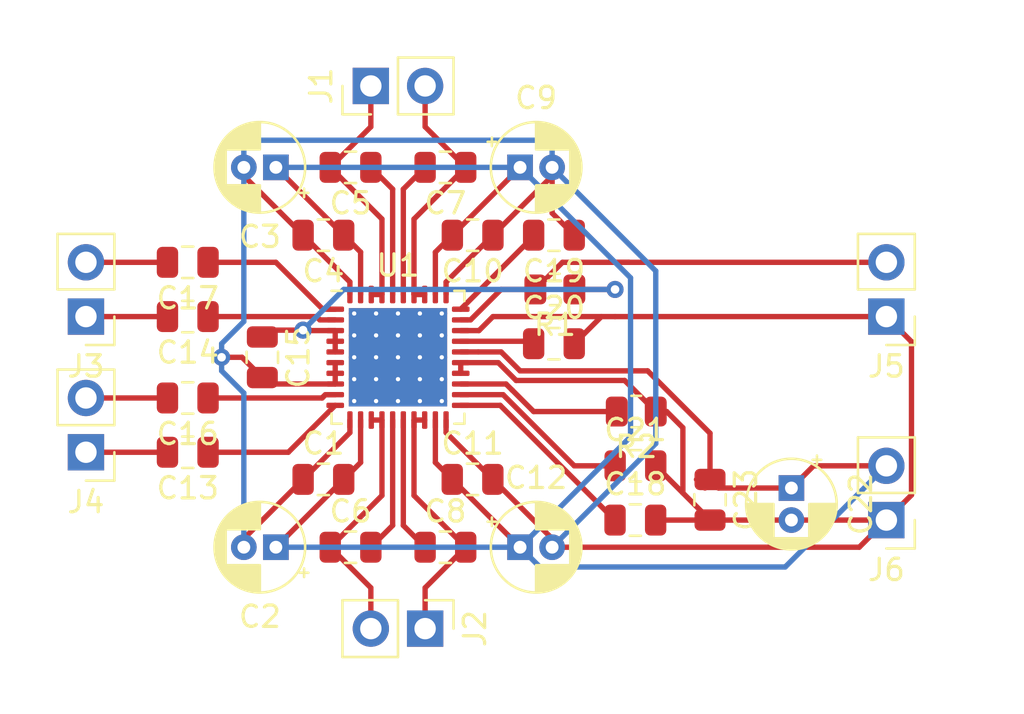
<source format=kicad_pcb>
(kicad_pcb (version 20171130) (host pcbnew 5.1.7)

  (general
    (thickness 1.6)
    (drawings 0)
    (tracks 175)
    (zones 0)
    (modules 32)
    (nets 26)
  )

  (page A4)
  (layers
    (0 F.Cu signal)
    (31 B.Cu signal)
    (32 B.Adhes user)
    (33 F.Adhes user)
    (34 B.Paste user)
    (35 F.Paste user)
    (36 B.SilkS user)
    (37 F.SilkS user)
    (38 B.Mask user)
    (39 F.Mask user)
    (40 Dwgs.User user)
    (41 Cmts.User user)
    (42 Eco1.User user)
    (43 Eco2.User user)
    (44 Edge.Cuts user)
    (45 Margin user)
    (46 B.CrtYd user)
    (47 F.CrtYd user)
    (48 B.Fab user)
    (49 F.Fab user)
  )

  (setup
    (last_trace_width 0.25)
    (trace_clearance 0.2)
    (zone_clearance 0.508)
    (zone_45_only no)
    (trace_min 0.2)
    (via_size 0.8)
    (via_drill 0.4)
    (via_min_size 0.4)
    (via_min_drill 0.3)
    (uvia_size 0.3)
    (uvia_drill 0.1)
    (uvias_allowed no)
    (uvia_min_size 0.2)
    (uvia_min_drill 0.1)
    (edge_width 0.05)
    (segment_width 0.2)
    (pcb_text_width 0.3)
    (pcb_text_size 1.5 1.5)
    (mod_edge_width 0.12)
    (mod_text_size 1 1)
    (mod_text_width 0.15)
    (pad_size 1.524 1.524)
    (pad_drill 0.762)
    (pad_to_mask_clearance 0)
    (aux_axis_origin 0 0)
    (visible_elements FFFFFF7F)
    (pcbplotparams
      (layerselection 0x010fc_ffffffff)
      (usegerberextensions false)
      (usegerberattributes true)
      (usegerberadvancedattributes true)
      (creategerberjobfile true)
      (excludeedgelayer true)
      (linewidth 0.100000)
      (plotframeref false)
      (viasonmask false)
      (mode 1)
      (useauxorigin false)
      (hpglpennumber 1)
      (hpglpenspeed 20)
      (hpglpendiameter 15.000000)
      (psnegative false)
      (psa4output false)
      (plotreference true)
      (plotvalue true)
      (plotinvisibletext false)
      (padsonsilk false)
      (subtractmaskfromsilk false)
      (outputformat 1)
      (mirror false)
      (drillshape 1)
      (scaleselection 1)
      (outputdirectory ""))
  )

  (net 0 "")
  (net 1 VCC)
  (net 2 GND)
  (net 3 "Net-(C5-Pad1)")
  (net 4 "Net-(C5-Pad2)")
  (net 5 "Net-(C6-Pad2)")
  (net 6 "Net-(C6-Pad1)")
  (net 7 "Net-(C7-Pad2)")
  (net 8 "Net-(C7-Pad1)")
  (net 9 "Net-(C8-Pad1)")
  (net 10 "Net-(C8-Pad2)")
  (net 11 "Net-(C13-Pad1)")
  (net 12 "Net-(C13-Pad2)")
  (net 13 "Net-(C14-Pad2)")
  (net 14 "Net-(C14-Pad1)")
  (net 15 AVDD)
  (net 16 "Net-(C16-Pad2)")
  (net 17 "Net-(C16-Pad1)")
  (net 18 "Net-(C17-Pad1)")
  (net 19 "Net-(C17-Pad2)")
  (net 20 "Net-(C18-Pad1)")
  (net 21 "Net-(C19-Pad2)")
  (net 22 "Net-(C20-Pad1)")
  (net 23 "Net-(C21-Pad1)")
  (net 24 "Net-(J5-Pad2)")
  (net 25 "Net-(R2-Pad2)")

  (net_class Default "This is the default net class."
    (clearance 0.2)
    (trace_width 0.25)
    (via_dia 0.8)
    (via_drill 0.4)
    (uvia_dia 0.3)
    (uvia_drill 0.1)
    (add_net AVDD)
    (add_net "Net-(C13-Pad1)")
    (add_net "Net-(C13-Pad2)")
    (add_net "Net-(C14-Pad1)")
    (add_net "Net-(C14-Pad2)")
    (add_net "Net-(C16-Pad1)")
    (add_net "Net-(C16-Pad2)")
    (add_net "Net-(C17-Pad1)")
    (add_net "Net-(C17-Pad2)")
    (add_net "Net-(C18-Pad1)")
    (add_net "Net-(C19-Pad2)")
    (add_net "Net-(C20-Pad1)")
    (add_net "Net-(C21-Pad1)")
    (add_net "Net-(C5-Pad1)")
    (add_net "Net-(C6-Pad2)")
    (add_net "Net-(C7-Pad2)")
    (add_net "Net-(C8-Pad1)")
    (add_net "Net-(J5-Pad2)")
    (add_net "Net-(R2-Pad2)")
  )

  (net_class GND ""
    (clearance 0.2)
    (trace_width 0.25)
    (via_dia 0.8)
    (via_drill 0.4)
    (uvia_dia 0.3)
    (uvia_drill 0.1)
    (add_net GND)
  )

  (net_class Speaker ""
    (clearance 0.2)
    (trace_width 0.25)
    (via_dia 0.8)
    (via_drill 0.4)
    (uvia_dia 0.3)
    (uvia_drill 0.1)
    (add_net "Net-(C5-Pad2)")
    (add_net "Net-(C6-Pad1)")
    (add_net "Net-(C7-Pad1)")
    (add_net "Net-(C8-Pad2)")
  )

  (net_class VCC ""
    (clearance 0.2)
    (trace_width 0.25)
    (via_dia 0.8)
    (via_drill 0.4)
    (uvia_dia 0.3)
    (uvia_drill 0.1)
    (add_net VCC)
  )

  (module Capacitor_SMD:C_0805_2012Metric (layer F.Cu) (tedit 5F68FEEE) (tstamp 5FA71036)
    (at 149.545 79.375)
    (descr "Capacitor SMD 0805 (2012 Metric), square (rectangular) end terminal, IPC_7351 nominal, (Body size source: IPC-SM-782 page 76, https://www.pcb-3d.com/wordpress/wp-content/uploads/ipc-sm-782a_amendment_1_and_2.pdf, https://docs.google.com/spreadsheets/d/1BsfQQcO9C6DZCsRaXUlFlo91Tg2WpOkGARC1WS5S8t0/edit?usp=sharing), generated with kicad-footprint-generator")
    (tags capacitor)
    (path /5FA7B75F)
    (attr smd)
    (fp_text reference C1 (at 0 -1.68) (layer F.SilkS)
      (effects (font (size 1 1) (thickness 0.15)))
    )
    (fp_text value 1uF (at 0 1.68) (layer F.Fab)
      (effects (font (size 1 1) (thickness 0.15)))
    )
    (fp_line (start -1 0.625) (end -1 -0.625) (layer F.Fab) (width 0.1))
    (fp_line (start -1 -0.625) (end 1 -0.625) (layer F.Fab) (width 0.1))
    (fp_line (start 1 -0.625) (end 1 0.625) (layer F.Fab) (width 0.1))
    (fp_line (start 1 0.625) (end -1 0.625) (layer F.Fab) (width 0.1))
    (fp_line (start -0.261252 -0.735) (end 0.261252 -0.735) (layer F.SilkS) (width 0.12))
    (fp_line (start -0.261252 0.735) (end 0.261252 0.735) (layer F.SilkS) (width 0.12))
    (fp_line (start -1.7 0.98) (end -1.7 -0.98) (layer F.CrtYd) (width 0.05))
    (fp_line (start -1.7 -0.98) (end 1.7 -0.98) (layer F.CrtYd) (width 0.05))
    (fp_line (start 1.7 -0.98) (end 1.7 0.98) (layer F.CrtYd) (width 0.05))
    (fp_line (start 1.7 0.98) (end -1.7 0.98) (layer F.CrtYd) (width 0.05))
    (fp_text user %R (at 0 0) (layer F.Fab)
      (effects (font (size 0.5 0.5) (thickness 0.08)))
    )
    (pad 2 smd roundrect (at 0.95 0) (size 1 1.45) (layers F.Cu F.Paste F.Mask) (roundrect_rratio 0.25)
      (net 1 VCC))
    (pad 1 smd roundrect (at -0.95 0) (size 1 1.45) (layers F.Cu F.Paste F.Mask) (roundrect_rratio 0.25)
      (net 2 GND))
    (model ${KISYS3DMOD}/Capacitor_SMD.3dshapes/C_0805_2012Metric.wrl
      (at (xyz 0 0 0))
      (scale (xyz 1 1 1))
      (rotate (xyz 0 0 0))
    )
  )

  (module Capacitor_THT:CP_Radial_D4.0mm_P1.50mm (layer F.Cu) (tedit 5AE50EF0) (tstamp 5FA710A1)
    (at 147.32 82.55 180)
    (descr "CP, Radial series, Radial, pin pitch=1.50mm, , diameter=4mm, Electrolytic Capacitor")
    (tags "CP Radial series Radial pin pitch 1.50mm  diameter 4mm Electrolytic Capacitor")
    (path /5FC23D56)
    (fp_text reference C2 (at 0.75 -3.25) (layer F.SilkS)
      (effects (font (size 1 1) (thickness 0.15)))
    )
    (fp_text value 10uF (at 0.75 3.25) (layer F.Fab)
      (effects (font (size 1 1) (thickness 0.15)))
    )
    (fp_circle (center 0.75 0) (end 2.75 0) (layer F.Fab) (width 0.1))
    (fp_circle (center 0.75 0) (end 2.87 0) (layer F.SilkS) (width 0.12))
    (fp_circle (center 0.75 0) (end 3 0) (layer F.CrtYd) (width 0.05))
    (fp_line (start -0.952554 -0.8675) (end -0.552554 -0.8675) (layer F.Fab) (width 0.1))
    (fp_line (start -0.752554 -1.0675) (end -0.752554 -0.6675) (layer F.Fab) (width 0.1))
    (fp_line (start 0.75 0.84) (end 0.75 2.08) (layer F.SilkS) (width 0.12))
    (fp_line (start 0.75 -2.08) (end 0.75 -0.84) (layer F.SilkS) (width 0.12))
    (fp_line (start 0.79 0.84) (end 0.79 2.08) (layer F.SilkS) (width 0.12))
    (fp_line (start 0.79 -2.08) (end 0.79 -0.84) (layer F.SilkS) (width 0.12))
    (fp_line (start 0.83 0.84) (end 0.83 2.079) (layer F.SilkS) (width 0.12))
    (fp_line (start 0.83 -2.079) (end 0.83 -0.84) (layer F.SilkS) (width 0.12))
    (fp_line (start 0.87 -2.077) (end 0.87 -0.84) (layer F.SilkS) (width 0.12))
    (fp_line (start 0.87 0.84) (end 0.87 2.077) (layer F.SilkS) (width 0.12))
    (fp_line (start 0.91 -2.074) (end 0.91 -0.84) (layer F.SilkS) (width 0.12))
    (fp_line (start 0.91 0.84) (end 0.91 2.074) (layer F.SilkS) (width 0.12))
    (fp_line (start 0.95 -2.071) (end 0.95 -0.84) (layer F.SilkS) (width 0.12))
    (fp_line (start 0.95 0.84) (end 0.95 2.071) (layer F.SilkS) (width 0.12))
    (fp_line (start 0.99 -2.067) (end 0.99 -0.84) (layer F.SilkS) (width 0.12))
    (fp_line (start 0.99 0.84) (end 0.99 2.067) (layer F.SilkS) (width 0.12))
    (fp_line (start 1.03 -2.062) (end 1.03 -0.84) (layer F.SilkS) (width 0.12))
    (fp_line (start 1.03 0.84) (end 1.03 2.062) (layer F.SilkS) (width 0.12))
    (fp_line (start 1.07 -2.056) (end 1.07 -0.84) (layer F.SilkS) (width 0.12))
    (fp_line (start 1.07 0.84) (end 1.07 2.056) (layer F.SilkS) (width 0.12))
    (fp_line (start 1.11 -2.05) (end 1.11 -0.84) (layer F.SilkS) (width 0.12))
    (fp_line (start 1.11 0.84) (end 1.11 2.05) (layer F.SilkS) (width 0.12))
    (fp_line (start 1.15 -2.042) (end 1.15 -0.84) (layer F.SilkS) (width 0.12))
    (fp_line (start 1.15 0.84) (end 1.15 2.042) (layer F.SilkS) (width 0.12))
    (fp_line (start 1.19 -2.034) (end 1.19 -0.84) (layer F.SilkS) (width 0.12))
    (fp_line (start 1.19 0.84) (end 1.19 2.034) (layer F.SilkS) (width 0.12))
    (fp_line (start 1.23 -2.025) (end 1.23 -0.84) (layer F.SilkS) (width 0.12))
    (fp_line (start 1.23 0.84) (end 1.23 2.025) (layer F.SilkS) (width 0.12))
    (fp_line (start 1.27 -2.016) (end 1.27 -0.84) (layer F.SilkS) (width 0.12))
    (fp_line (start 1.27 0.84) (end 1.27 2.016) (layer F.SilkS) (width 0.12))
    (fp_line (start 1.31 -2.005) (end 1.31 -0.84) (layer F.SilkS) (width 0.12))
    (fp_line (start 1.31 0.84) (end 1.31 2.005) (layer F.SilkS) (width 0.12))
    (fp_line (start 1.35 -1.994) (end 1.35 -0.84) (layer F.SilkS) (width 0.12))
    (fp_line (start 1.35 0.84) (end 1.35 1.994) (layer F.SilkS) (width 0.12))
    (fp_line (start 1.39 -1.982) (end 1.39 -0.84) (layer F.SilkS) (width 0.12))
    (fp_line (start 1.39 0.84) (end 1.39 1.982) (layer F.SilkS) (width 0.12))
    (fp_line (start 1.43 -1.968) (end 1.43 -0.84) (layer F.SilkS) (width 0.12))
    (fp_line (start 1.43 0.84) (end 1.43 1.968) (layer F.SilkS) (width 0.12))
    (fp_line (start 1.471 -1.954) (end 1.471 -0.84) (layer F.SilkS) (width 0.12))
    (fp_line (start 1.471 0.84) (end 1.471 1.954) (layer F.SilkS) (width 0.12))
    (fp_line (start 1.511 -1.94) (end 1.511 -0.84) (layer F.SilkS) (width 0.12))
    (fp_line (start 1.511 0.84) (end 1.511 1.94) (layer F.SilkS) (width 0.12))
    (fp_line (start 1.551 -1.924) (end 1.551 -0.84) (layer F.SilkS) (width 0.12))
    (fp_line (start 1.551 0.84) (end 1.551 1.924) (layer F.SilkS) (width 0.12))
    (fp_line (start 1.591 -1.907) (end 1.591 -0.84) (layer F.SilkS) (width 0.12))
    (fp_line (start 1.591 0.84) (end 1.591 1.907) (layer F.SilkS) (width 0.12))
    (fp_line (start 1.631 -1.889) (end 1.631 -0.84) (layer F.SilkS) (width 0.12))
    (fp_line (start 1.631 0.84) (end 1.631 1.889) (layer F.SilkS) (width 0.12))
    (fp_line (start 1.671 -1.87) (end 1.671 -0.84) (layer F.SilkS) (width 0.12))
    (fp_line (start 1.671 0.84) (end 1.671 1.87) (layer F.SilkS) (width 0.12))
    (fp_line (start 1.711 -1.851) (end 1.711 -0.84) (layer F.SilkS) (width 0.12))
    (fp_line (start 1.711 0.84) (end 1.711 1.851) (layer F.SilkS) (width 0.12))
    (fp_line (start 1.751 -1.83) (end 1.751 -0.84) (layer F.SilkS) (width 0.12))
    (fp_line (start 1.751 0.84) (end 1.751 1.83) (layer F.SilkS) (width 0.12))
    (fp_line (start 1.791 -1.808) (end 1.791 -0.84) (layer F.SilkS) (width 0.12))
    (fp_line (start 1.791 0.84) (end 1.791 1.808) (layer F.SilkS) (width 0.12))
    (fp_line (start 1.831 -1.785) (end 1.831 -0.84) (layer F.SilkS) (width 0.12))
    (fp_line (start 1.831 0.84) (end 1.831 1.785) (layer F.SilkS) (width 0.12))
    (fp_line (start 1.871 -1.76) (end 1.871 -0.84) (layer F.SilkS) (width 0.12))
    (fp_line (start 1.871 0.84) (end 1.871 1.76) (layer F.SilkS) (width 0.12))
    (fp_line (start 1.911 -1.735) (end 1.911 -0.84) (layer F.SilkS) (width 0.12))
    (fp_line (start 1.911 0.84) (end 1.911 1.735) (layer F.SilkS) (width 0.12))
    (fp_line (start 1.951 -1.708) (end 1.951 -0.84) (layer F.SilkS) (width 0.12))
    (fp_line (start 1.951 0.84) (end 1.951 1.708) (layer F.SilkS) (width 0.12))
    (fp_line (start 1.991 -1.68) (end 1.991 -0.84) (layer F.SilkS) (width 0.12))
    (fp_line (start 1.991 0.84) (end 1.991 1.68) (layer F.SilkS) (width 0.12))
    (fp_line (start 2.031 -1.65) (end 2.031 -0.84) (layer F.SilkS) (width 0.12))
    (fp_line (start 2.031 0.84) (end 2.031 1.65) (layer F.SilkS) (width 0.12))
    (fp_line (start 2.071 -1.619) (end 2.071 -0.84) (layer F.SilkS) (width 0.12))
    (fp_line (start 2.071 0.84) (end 2.071 1.619) (layer F.SilkS) (width 0.12))
    (fp_line (start 2.111 -1.587) (end 2.111 -0.84) (layer F.SilkS) (width 0.12))
    (fp_line (start 2.111 0.84) (end 2.111 1.587) (layer F.SilkS) (width 0.12))
    (fp_line (start 2.151 -1.552) (end 2.151 -0.84) (layer F.SilkS) (width 0.12))
    (fp_line (start 2.151 0.84) (end 2.151 1.552) (layer F.SilkS) (width 0.12))
    (fp_line (start 2.191 -1.516) (end 2.191 -0.84) (layer F.SilkS) (width 0.12))
    (fp_line (start 2.191 0.84) (end 2.191 1.516) (layer F.SilkS) (width 0.12))
    (fp_line (start 2.231 -1.478) (end 2.231 -0.84) (layer F.SilkS) (width 0.12))
    (fp_line (start 2.231 0.84) (end 2.231 1.478) (layer F.SilkS) (width 0.12))
    (fp_line (start 2.271 -1.438) (end 2.271 -0.84) (layer F.SilkS) (width 0.12))
    (fp_line (start 2.271 0.84) (end 2.271 1.438) (layer F.SilkS) (width 0.12))
    (fp_line (start 2.311 -1.396) (end 2.311 -0.84) (layer F.SilkS) (width 0.12))
    (fp_line (start 2.311 0.84) (end 2.311 1.396) (layer F.SilkS) (width 0.12))
    (fp_line (start 2.351 -1.351) (end 2.351 1.351) (layer F.SilkS) (width 0.12))
    (fp_line (start 2.391 -1.304) (end 2.391 1.304) (layer F.SilkS) (width 0.12))
    (fp_line (start 2.431 -1.254) (end 2.431 1.254) (layer F.SilkS) (width 0.12))
    (fp_line (start 2.471 -1.2) (end 2.471 1.2) (layer F.SilkS) (width 0.12))
    (fp_line (start 2.511 -1.142) (end 2.511 1.142) (layer F.SilkS) (width 0.12))
    (fp_line (start 2.551 -1.08) (end 2.551 1.08) (layer F.SilkS) (width 0.12))
    (fp_line (start 2.591 -1.013) (end 2.591 1.013) (layer F.SilkS) (width 0.12))
    (fp_line (start 2.631 -0.94) (end 2.631 0.94) (layer F.SilkS) (width 0.12))
    (fp_line (start 2.671 -0.859) (end 2.671 0.859) (layer F.SilkS) (width 0.12))
    (fp_line (start 2.711 -0.768) (end 2.711 0.768) (layer F.SilkS) (width 0.12))
    (fp_line (start 2.751 -0.664) (end 2.751 0.664) (layer F.SilkS) (width 0.12))
    (fp_line (start 2.791 -0.537) (end 2.791 0.537) (layer F.SilkS) (width 0.12))
    (fp_line (start 2.831 -0.37) (end 2.831 0.37) (layer F.SilkS) (width 0.12))
    (fp_line (start -1.519801 -1.195) (end -1.119801 -1.195) (layer F.SilkS) (width 0.12))
    (fp_line (start -1.319801 -1.395) (end -1.319801 -0.995) (layer F.SilkS) (width 0.12))
    (fp_text user %R (at 0.75 0) (layer F.Fab)
      (effects (font (size 0.8 0.8) (thickness 0.12)))
    )
    (pad 2 thru_hole circle (at 1.5 0 180) (size 1.2 1.2) (drill 0.6) (layers *.Cu *.Mask)
      (net 2 GND))
    (pad 1 thru_hole rect (at 0 0 180) (size 1.2 1.2) (drill 0.6) (layers *.Cu *.Mask)
      (net 1 VCC))
    (model ${KISYS3DMOD}/Capacitor_THT.3dshapes/CP_Radial_D4.0mm_P1.50mm.wrl
      (at (xyz 0 0 0))
      (scale (xyz 1 1 1))
      (rotate (xyz 0 0 0))
    )
  )

  (module Capacitor_THT:CP_Radial_D4.0mm_P1.50mm (layer F.Cu) (tedit 5AE50EF0) (tstamp 5FA767CC)
    (at 147.32 64.77 180)
    (descr "CP, Radial series, Radial, pin pitch=1.50mm, , diameter=4mm, Electrolytic Capacitor")
    (tags "CP Radial series Radial pin pitch 1.50mm  diameter 4mm Electrolytic Capacitor")
    (path /5FA6F562)
    (fp_text reference C3 (at 0.75 -3.25) (layer F.SilkS)
      (effects (font (size 1 1) (thickness 0.15)))
    )
    (fp_text value 10uF (at 0.75 3.25) (layer F.Fab)
      (effects (font (size 1 1) (thickness 0.15)))
    )
    (fp_line (start -1.319801 -1.395) (end -1.319801 -0.995) (layer F.SilkS) (width 0.12))
    (fp_line (start -1.519801 -1.195) (end -1.119801 -1.195) (layer F.SilkS) (width 0.12))
    (fp_line (start 2.831 -0.37) (end 2.831 0.37) (layer F.SilkS) (width 0.12))
    (fp_line (start 2.791 -0.537) (end 2.791 0.537) (layer F.SilkS) (width 0.12))
    (fp_line (start 2.751 -0.664) (end 2.751 0.664) (layer F.SilkS) (width 0.12))
    (fp_line (start 2.711 -0.768) (end 2.711 0.768) (layer F.SilkS) (width 0.12))
    (fp_line (start 2.671 -0.859) (end 2.671 0.859) (layer F.SilkS) (width 0.12))
    (fp_line (start 2.631 -0.94) (end 2.631 0.94) (layer F.SilkS) (width 0.12))
    (fp_line (start 2.591 -1.013) (end 2.591 1.013) (layer F.SilkS) (width 0.12))
    (fp_line (start 2.551 -1.08) (end 2.551 1.08) (layer F.SilkS) (width 0.12))
    (fp_line (start 2.511 -1.142) (end 2.511 1.142) (layer F.SilkS) (width 0.12))
    (fp_line (start 2.471 -1.2) (end 2.471 1.2) (layer F.SilkS) (width 0.12))
    (fp_line (start 2.431 -1.254) (end 2.431 1.254) (layer F.SilkS) (width 0.12))
    (fp_line (start 2.391 -1.304) (end 2.391 1.304) (layer F.SilkS) (width 0.12))
    (fp_line (start 2.351 -1.351) (end 2.351 1.351) (layer F.SilkS) (width 0.12))
    (fp_line (start 2.311 0.84) (end 2.311 1.396) (layer F.SilkS) (width 0.12))
    (fp_line (start 2.311 -1.396) (end 2.311 -0.84) (layer F.SilkS) (width 0.12))
    (fp_line (start 2.271 0.84) (end 2.271 1.438) (layer F.SilkS) (width 0.12))
    (fp_line (start 2.271 -1.438) (end 2.271 -0.84) (layer F.SilkS) (width 0.12))
    (fp_line (start 2.231 0.84) (end 2.231 1.478) (layer F.SilkS) (width 0.12))
    (fp_line (start 2.231 -1.478) (end 2.231 -0.84) (layer F.SilkS) (width 0.12))
    (fp_line (start 2.191 0.84) (end 2.191 1.516) (layer F.SilkS) (width 0.12))
    (fp_line (start 2.191 -1.516) (end 2.191 -0.84) (layer F.SilkS) (width 0.12))
    (fp_line (start 2.151 0.84) (end 2.151 1.552) (layer F.SilkS) (width 0.12))
    (fp_line (start 2.151 -1.552) (end 2.151 -0.84) (layer F.SilkS) (width 0.12))
    (fp_line (start 2.111 0.84) (end 2.111 1.587) (layer F.SilkS) (width 0.12))
    (fp_line (start 2.111 -1.587) (end 2.111 -0.84) (layer F.SilkS) (width 0.12))
    (fp_line (start 2.071 0.84) (end 2.071 1.619) (layer F.SilkS) (width 0.12))
    (fp_line (start 2.071 -1.619) (end 2.071 -0.84) (layer F.SilkS) (width 0.12))
    (fp_line (start 2.031 0.84) (end 2.031 1.65) (layer F.SilkS) (width 0.12))
    (fp_line (start 2.031 -1.65) (end 2.031 -0.84) (layer F.SilkS) (width 0.12))
    (fp_line (start 1.991 0.84) (end 1.991 1.68) (layer F.SilkS) (width 0.12))
    (fp_line (start 1.991 -1.68) (end 1.991 -0.84) (layer F.SilkS) (width 0.12))
    (fp_line (start 1.951 0.84) (end 1.951 1.708) (layer F.SilkS) (width 0.12))
    (fp_line (start 1.951 -1.708) (end 1.951 -0.84) (layer F.SilkS) (width 0.12))
    (fp_line (start 1.911 0.84) (end 1.911 1.735) (layer F.SilkS) (width 0.12))
    (fp_line (start 1.911 -1.735) (end 1.911 -0.84) (layer F.SilkS) (width 0.12))
    (fp_line (start 1.871 0.84) (end 1.871 1.76) (layer F.SilkS) (width 0.12))
    (fp_line (start 1.871 -1.76) (end 1.871 -0.84) (layer F.SilkS) (width 0.12))
    (fp_line (start 1.831 0.84) (end 1.831 1.785) (layer F.SilkS) (width 0.12))
    (fp_line (start 1.831 -1.785) (end 1.831 -0.84) (layer F.SilkS) (width 0.12))
    (fp_line (start 1.791 0.84) (end 1.791 1.808) (layer F.SilkS) (width 0.12))
    (fp_line (start 1.791 -1.808) (end 1.791 -0.84) (layer F.SilkS) (width 0.12))
    (fp_line (start 1.751 0.84) (end 1.751 1.83) (layer F.SilkS) (width 0.12))
    (fp_line (start 1.751 -1.83) (end 1.751 -0.84) (layer F.SilkS) (width 0.12))
    (fp_line (start 1.711 0.84) (end 1.711 1.851) (layer F.SilkS) (width 0.12))
    (fp_line (start 1.711 -1.851) (end 1.711 -0.84) (layer F.SilkS) (width 0.12))
    (fp_line (start 1.671 0.84) (end 1.671 1.87) (layer F.SilkS) (width 0.12))
    (fp_line (start 1.671 -1.87) (end 1.671 -0.84) (layer F.SilkS) (width 0.12))
    (fp_line (start 1.631 0.84) (end 1.631 1.889) (layer F.SilkS) (width 0.12))
    (fp_line (start 1.631 -1.889) (end 1.631 -0.84) (layer F.SilkS) (width 0.12))
    (fp_line (start 1.591 0.84) (end 1.591 1.907) (layer F.SilkS) (width 0.12))
    (fp_line (start 1.591 -1.907) (end 1.591 -0.84) (layer F.SilkS) (width 0.12))
    (fp_line (start 1.551 0.84) (end 1.551 1.924) (layer F.SilkS) (width 0.12))
    (fp_line (start 1.551 -1.924) (end 1.551 -0.84) (layer F.SilkS) (width 0.12))
    (fp_line (start 1.511 0.84) (end 1.511 1.94) (layer F.SilkS) (width 0.12))
    (fp_line (start 1.511 -1.94) (end 1.511 -0.84) (layer F.SilkS) (width 0.12))
    (fp_line (start 1.471 0.84) (end 1.471 1.954) (layer F.SilkS) (width 0.12))
    (fp_line (start 1.471 -1.954) (end 1.471 -0.84) (layer F.SilkS) (width 0.12))
    (fp_line (start 1.43 0.84) (end 1.43 1.968) (layer F.SilkS) (width 0.12))
    (fp_line (start 1.43 -1.968) (end 1.43 -0.84) (layer F.SilkS) (width 0.12))
    (fp_line (start 1.39 0.84) (end 1.39 1.982) (layer F.SilkS) (width 0.12))
    (fp_line (start 1.39 -1.982) (end 1.39 -0.84) (layer F.SilkS) (width 0.12))
    (fp_line (start 1.35 0.84) (end 1.35 1.994) (layer F.SilkS) (width 0.12))
    (fp_line (start 1.35 -1.994) (end 1.35 -0.84) (layer F.SilkS) (width 0.12))
    (fp_line (start 1.31 0.84) (end 1.31 2.005) (layer F.SilkS) (width 0.12))
    (fp_line (start 1.31 -2.005) (end 1.31 -0.84) (layer F.SilkS) (width 0.12))
    (fp_line (start 1.27 0.84) (end 1.27 2.016) (layer F.SilkS) (width 0.12))
    (fp_line (start 1.27 -2.016) (end 1.27 -0.84) (layer F.SilkS) (width 0.12))
    (fp_line (start 1.23 0.84) (end 1.23 2.025) (layer F.SilkS) (width 0.12))
    (fp_line (start 1.23 -2.025) (end 1.23 -0.84) (layer F.SilkS) (width 0.12))
    (fp_line (start 1.19 0.84) (end 1.19 2.034) (layer F.SilkS) (width 0.12))
    (fp_line (start 1.19 -2.034) (end 1.19 -0.84) (layer F.SilkS) (width 0.12))
    (fp_line (start 1.15 0.84) (end 1.15 2.042) (layer F.SilkS) (width 0.12))
    (fp_line (start 1.15 -2.042) (end 1.15 -0.84) (layer F.SilkS) (width 0.12))
    (fp_line (start 1.11 0.84) (end 1.11 2.05) (layer F.SilkS) (width 0.12))
    (fp_line (start 1.11 -2.05) (end 1.11 -0.84) (layer F.SilkS) (width 0.12))
    (fp_line (start 1.07 0.84) (end 1.07 2.056) (layer F.SilkS) (width 0.12))
    (fp_line (start 1.07 -2.056) (end 1.07 -0.84) (layer F.SilkS) (width 0.12))
    (fp_line (start 1.03 0.84) (end 1.03 2.062) (layer F.SilkS) (width 0.12))
    (fp_line (start 1.03 -2.062) (end 1.03 -0.84) (layer F.SilkS) (width 0.12))
    (fp_line (start 0.99 0.84) (end 0.99 2.067) (layer F.SilkS) (width 0.12))
    (fp_line (start 0.99 -2.067) (end 0.99 -0.84) (layer F.SilkS) (width 0.12))
    (fp_line (start 0.95 0.84) (end 0.95 2.071) (layer F.SilkS) (width 0.12))
    (fp_line (start 0.95 -2.071) (end 0.95 -0.84) (layer F.SilkS) (width 0.12))
    (fp_line (start 0.91 0.84) (end 0.91 2.074) (layer F.SilkS) (width 0.12))
    (fp_line (start 0.91 -2.074) (end 0.91 -0.84) (layer F.SilkS) (width 0.12))
    (fp_line (start 0.87 0.84) (end 0.87 2.077) (layer F.SilkS) (width 0.12))
    (fp_line (start 0.87 -2.077) (end 0.87 -0.84) (layer F.SilkS) (width 0.12))
    (fp_line (start 0.83 -2.079) (end 0.83 -0.84) (layer F.SilkS) (width 0.12))
    (fp_line (start 0.83 0.84) (end 0.83 2.079) (layer F.SilkS) (width 0.12))
    (fp_line (start 0.79 -2.08) (end 0.79 -0.84) (layer F.SilkS) (width 0.12))
    (fp_line (start 0.79 0.84) (end 0.79 2.08) (layer F.SilkS) (width 0.12))
    (fp_line (start 0.75 -2.08) (end 0.75 -0.84) (layer F.SilkS) (width 0.12))
    (fp_line (start 0.75 0.84) (end 0.75 2.08) (layer F.SilkS) (width 0.12))
    (fp_line (start -0.752554 -1.0675) (end -0.752554 -0.6675) (layer F.Fab) (width 0.1))
    (fp_line (start -0.952554 -0.8675) (end -0.552554 -0.8675) (layer F.Fab) (width 0.1))
    (fp_circle (center 0.75 0) (end 3 0) (layer F.CrtYd) (width 0.05))
    (fp_circle (center 0.75 0) (end 2.87 0) (layer F.SilkS) (width 0.12))
    (fp_circle (center 0.75 0) (end 2.75 0) (layer F.Fab) (width 0.1))
    (fp_text user %R (at 0.75 0) (layer F.Fab)
      (effects (font (size 0.8 0.8) (thickness 0.12)))
    )
    (pad 1 thru_hole rect (at 0 0 180) (size 1.2 1.2) (drill 0.6) (layers *.Cu *.Mask)
      (net 1 VCC))
    (pad 2 thru_hole circle (at 1.5 0 180) (size 1.2 1.2) (drill 0.6) (layers *.Cu *.Mask)
      (net 2 GND))
    (model ${KISYS3DMOD}/Capacitor_THT.3dshapes/CP_Radial_D4.0mm_P1.50mm.wrl
      (at (xyz 0 0 0))
      (scale (xyz 1 1 1))
      (rotate (xyz 0 0 0))
    )
  )

  (module Capacitor_SMD:C_0805_2012Metric (layer F.Cu) (tedit 5F68FEEE) (tstamp 5FA7111D)
    (at 149.545 67.945 180)
    (descr "Capacitor SMD 0805 (2012 Metric), square (rectangular) end terminal, IPC_7351 nominal, (Body size source: IPC-SM-782 page 76, https://www.pcb-3d.com/wordpress/wp-content/uploads/ipc-sm-782a_amendment_1_and_2.pdf, https://docs.google.com/spreadsheets/d/1BsfQQcO9C6DZCsRaXUlFlo91Tg2WpOkGARC1WS5S8t0/edit?usp=sharing), generated with kicad-footprint-generator")
    (tags capacitor)
    (path /5FA6E583)
    (attr smd)
    (fp_text reference C4 (at 0 -1.68) (layer F.SilkS)
      (effects (font (size 1 1) (thickness 0.15)))
    )
    (fp_text value 1uF (at 0 1.68) (layer F.Fab)
      (effects (font (size 1 1) (thickness 0.15)))
    )
    (fp_line (start 1.7 0.98) (end -1.7 0.98) (layer F.CrtYd) (width 0.05))
    (fp_line (start 1.7 -0.98) (end 1.7 0.98) (layer F.CrtYd) (width 0.05))
    (fp_line (start -1.7 -0.98) (end 1.7 -0.98) (layer F.CrtYd) (width 0.05))
    (fp_line (start -1.7 0.98) (end -1.7 -0.98) (layer F.CrtYd) (width 0.05))
    (fp_line (start -0.261252 0.735) (end 0.261252 0.735) (layer F.SilkS) (width 0.12))
    (fp_line (start -0.261252 -0.735) (end 0.261252 -0.735) (layer F.SilkS) (width 0.12))
    (fp_line (start 1 0.625) (end -1 0.625) (layer F.Fab) (width 0.1))
    (fp_line (start 1 -0.625) (end 1 0.625) (layer F.Fab) (width 0.1))
    (fp_line (start -1 -0.625) (end 1 -0.625) (layer F.Fab) (width 0.1))
    (fp_line (start -1 0.625) (end -1 -0.625) (layer F.Fab) (width 0.1))
    (fp_text user %R (at 0 0) (layer F.Fab)
      (effects (font (size 0.5 0.5) (thickness 0.08)))
    )
    (pad 1 smd roundrect (at -0.95 0 180) (size 1 1.45) (layers F.Cu F.Paste F.Mask) (roundrect_rratio 0.25)
      (net 1 VCC))
    (pad 2 smd roundrect (at 0.95 0 180) (size 1 1.45) (layers F.Cu F.Paste F.Mask) (roundrect_rratio 0.25)
      (net 2 GND))
    (model ${KISYS3DMOD}/Capacitor_SMD.3dshapes/C_0805_2012Metric.wrl
      (at (xyz 0 0 0))
      (scale (xyz 1 1 1))
      (rotate (xyz 0 0 0))
    )
  )

  (module Capacitor_SMD:C_0805_2012Metric (layer F.Cu) (tedit 5F68FEEE) (tstamp 5FA73BB3)
    (at 150.815 64.77 180)
    (descr "Capacitor SMD 0805 (2012 Metric), square (rectangular) end terminal, IPC_7351 nominal, (Body size source: IPC-SM-782 page 76, https://www.pcb-3d.com/wordpress/wp-content/uploads/ipc-sm-782a_amendment_1_and_2.pdf, https://docs.google.com/spreadsheets/d/1BsfQQcO9C6DZCsRaXUlFlo91Tg2WpOkGARC1WS5S8t0/edit?usp=sharing), generated with kicad-footprint-generator")
    (tags capacitor)
    (path /5FA6E279)
    (attr smd)
    (fp_text reference C5 (at 0 -1.68) (layer F.SilkS)
      (effects (font (size 1 1) (thickness 0.15)))
    )
    (fp_text value 1uF (at 0 1.68) (layer F.Fab)
      (effects (font (size 1 1) (thickness 0.15)))
    )
    (fp_line (start 1.7 0.98) (end -1.7 0.98) (layer F.CrtYd) (width 0.05))
    (fp_line (start 1.7 -0.98) (end 1.7 0.98) (layer F.CrtYd) (width 0.05))
    (fp_line (start -1.7 -0.98) (end 1.7 -0.98) (layer F.CrtYd) (width 0.05))
    (fp_line (start -1.7 0.98) (end -1.7 -0.98) (layer F.CrtYd) (width 0.05))
    (fp_line (start -0.261252 0.735) (end 0.261252 0.735) (layer F.SilkS) (width 0.12))
    (fp_line (start -0.261252 -0.735) (end 0.261252 -0.735) (layer F.SilkS) (width 0.12))
    (fp_line (start 1 0.625) (end -1 0.625) (layer F.Fab) (width 0.1))
    (fp_line (start 1 -0.625) (end 1 0.625) (layer F.Fab) (width 0.1))
    (fp_line (start -1 -0.625) (end 1 -0.625) (layer F.Fab) (width 0.1))
    (fp_line (start -1 0.625) (end -1 -0.625) (layer F.Fab) (width 0.1))
    (fp_text user %R (at 0 0 180) (layer F.Fab)
      (effects (font (size 0.5 0.5) (thickness 0.08)))
    )
    (pad 1 smd roundrect (at -0.95 0 180) (size 1 1.45) (layers F.Cu F.Paste F.Mask) (roundrect_rratio 0.25)
      (net 3 "Net-(C5-Pad1)"))
    (pad 2 smd roundrect (at 0.95 0 180) (size 1 1.45) (layers F.Cu F.Paste F.Mask) (roundrect_rratio 0.25)
      (net 4 "Net-(C5-Pad2)"))
    (model ${KISYS3DMOD}/Capacitor_SMD.3dshapes/C_0805_2012Metric.wrl
      (at (xyz 0 0 0))
      (scale (xyz 1 1 1))
      (rotate (xyz 0 0 0))
    )
  )

  (module Capacitor_SMD:C_0805_2012Metric (layer F.Cu) (tedit 5F68FEEE) (tstamp 5FA7113F)
    (at 150.815 82.55)
    (descr "Capacitor SMD 0805 (2012 Metric), square (rectangular) end terminal, IPC_7351 nominal, (Body size source: IPC-SM-782 page 76, https://www.pcb-3d.com/wordpress/wp-content/uploads/ipc-sm-782a_amendment_1_and_2.pdf, https://docs.google.com/spreadsheets/d/1BsfQQcO9C6DZCsRaXUlFlo91Tg2WpOkGARC1WS5S8t0/edit?usp=sharing), generated with kicad-footprint-generator")
    (tags capacitor)
    (path /5FA7B78E)
    (attr smd)
    (fp_text reference C6 (at 0 -1.68) (layer F.SilkS)
      (effects (font (size 1 1) (thickness 0.15)))
    )
    (fp_text value 1uF (at 0 1.68) (layer F.Fab)
      (effects (font (size 1 1) (thickness 0.15)))
    )
    (fp_line (start -1 0.625) (end -1 -0.625) (layer F.Fab) (width 0.1))
    (fp_line (start -1 -0.625) (end 1 -0.625) (layer F.Fab) (width 0.1))
    (fp_line (start 1 -0.625) (end 1 0.625) (layer F.Fab) (width 0.1))
    (fp_line (start 1 0.625) (end -1 0.625) (layer F.Fab) (width 0.1))
    (fp_line (start -0.261252 -0.735) (end 0.261252 -0.735) (layer F.SilkS) (width 0.12))
    (fp_line (start -0.261252 0.735) (end 0.261252 0.735) (layer F.SilkS) (width 0.12))
    (fp_line (start -1.7 0.98) (end -1.7 -0.98) (layer F.CrtYd) (width 0.05))
    (fp_line (start -1.7 -0.98) (end 1.7 -0.98) (layer F.CrtYd) (width 0.05))
    (fp_line (start 1.7 -0.98) (end 1.7 0.98) (layer F.CrtYd) (width 0.05))
    (fp_line (start 1.7 0.98) (end -1.7 0.98) (layer F.CrtYd) (width 0.05))
    (fp_text user %R (at 0 0) (layer F.Fab)
      (effects (font (size 0.5 0.5) (thickness 0.08)))
    )
    (pad 2 smd roundrect (at 0.95 0) (size 1 1.45) (layers F.Cu F.Paste F.Mask) (roundrect_rratio 0.25)
      (net 5 "Net-(C6-Pad2)"))
    (pad 1 smd roundrect (at -0.95 0) (size 1 1.45) (layers F.Cu F.Paste F.Mask) (roundrect_rratio 0.25)
      (net 6 "Net-(C6-Pad1)"))
    (model ${KISYS3DMOD}/Capacitor_SMD.3dshapes/C_0805_2012Metric.wrl
      (at (xyz 0 0 0))
      (scale (xyz 1 1 1))
      (rotate (xyz 0 0 0))
    )
  )

  (module Capacitor_SMD:C_0805_2012Metric (layer F.Cu) (tedit 5F68FEEE) (tstamp 5FA73BEC)
    (at 155.255 64.77 180)
    (descr "Capacitor SMD 0805 (2012 Metric), square (rectangular) end terminal, IPC_7351 nominal, (Body size source: IPC-SM-782 page 76, https://www.pcb-3d.com/wordpress/wp-content/uploads/ipc-sm-782a_amendment_1_and_2.pdf, https://docs.google.com/spreadsheets/d/1BsfQQcO9C6DZCsRaXUlFlo91Tg2WpOkGARC1WS5S8t0/edit?usp=sharing), generated with kicad-footprint-generator")
    (tags capacitor)
    (path /5FA6E5C7)
    (attr smd)
    (fp_text reference C7 (at 0 -1.68) (layer F.SilkS)
      (effects (font (size 1 1) (thickness 0.15)))
    )
    (fp_text value 1uF (at 0 1.68) (layer F.Fab)
      (effects (font (size 1 1) (thickness 0.15)))
    )
    (fp_line (start -1 0.625) (end -1 -0.625) (layer F.Fab) (width 0.1))
    (fp_line (start -1 -0.625) (end 1 -0.625) (layer F.Fab) (width 0.1))
    (fp_line (start 1 -0.625) (end 1 0.625) (layer F.Fab) (width 0.1))
    (fp_line (start 1 0.625) (end -1 0.625) (layer F.Fab) (width 0.1))
    (fp_line (start -0.261252 -0.735) (end 0.261252 -0.735) (layer F.SilkS) (width 0.12))
    (fp_line (start -0.261252 0.735) (end 0.261252 0.735) (layer F.SilkS) (width 0.12))
    (fp_line (start -1.7 0.98) (end -1.7 -0.98) (layer F.CrtYd) (width 0.05))
    (fp_line (start -1.7 -0.98) (end 1.7 -0.98) (layer F.CrtYd) (width 0.05))
    (fp_line (start 1.7 -0.98) (end 1.7 0.98) (layer F.CrtYd) (width 0.05))
    (fp_line (start 1.7 0.98) (end -1.7 0.98) (layer F.CrtYd) (width 0.05))
    (fp_text user %R (at 0 0) (layer F.Fab)
      (effects (font (size 0.5 0.5) (thickness 0.08)))
    )
    (pad 2 smd roundrect (at 0.95 0 180) (size 1 1.45) (layers F.Cu F.Paste F.Mask) (roundrect_rratio 0.25)
      (net 7 "Net-(C7-Pad2)"))
    (pad 1 smd roundrect (at -0.95 0 180) (size 1 1.45) (layers F.Cu F.Paste F.Mask) (roundrect_rratio 0.25)
      (net 8 "Net-(C7-Pad1)"))
    (model ${KISYS3DMOD}/Capacitor_SMD.3dshapes/C_0805_2012Metric.wrl
      (at (xyz 0 0 0))
      (scale (xyz 1 1 1))
      (rotate (xyz 0 0 0))
    )
  )

  (module Capacitor_SMD:C_0805_2012Metric (layer F.Cu) (tedit 5F68FEEE) (tstamp 5FA71161)
    (at 155.255 82.55)
    (descr "Capacitor SMD 0805 (2012 Metric), square (rectangular) end terminal, IPC_7351 nominal, (Body size source: IPC-SM-782 page 76, https://www.pcb-3d.com/wordpress/wp-content/uploads/ipc-sm-782a_amendment_1_and_2.pdf, https://docs.google.com/spreadsheets/d/1BsfQQcO9C6DZCsRaXUlFlo91Tg2WpOkGARC1WS5S8t0/edit?usp=sharing), generated with kicad-footprint-generator")
    (tags capacitor)
    (path /5FA7B788)
    (attr smd)
    (fp_text reference C8 (at 0 -1.68) (layer F.SilkS)
      (effects (font (size 1 1) (thickness 0.15)))
    )
    (fp_text value 1uF (at 0 1.68) (layer F.Fab)
      (effects (font (size 1 1) (thickness 0.15)))
    )
    (fp_line (start 1.7 0.98) (end -1.7 0.98) (layer F.CrtYd) (width 0.05))
    (fp_line (start 1.7 -0.98) (end 1.7 0.98) (layer F.CrtYd) (width 0.05))
    (fp_line (start -1.7 -0.98) (end 1.7 -0.98) (layer F.CrtYd) (width 0.05))
    (fp_line (start -1.7 0.98) (end -1.7 -0.98) (layer F.CrtYd) (width 0.05))
    (fp_line (start -0.261252 0.735) (end 0.261252 0.735) (layer F.SilkS) (width 0.12))
    (fp_line (start -0.261252 -0.735) (end 0.261252 -0.735) (layer F.SilkS) (width 0.12))
    (fp_line (start 1 0.625) (end -1 0.625) (layer F.Fab) (width 0.1))
    (fp_line (start 1 -0.625) (end 1 0.625) (layer F.Fab) (width 0.1))
    (fp_line (start -1 -0.625) (end 1 -0.625) (layer F.Fab) (width 0.1))
    (fp_line (start -1 0.625) (end -1 -0.625) (layer F.Fab) (width 0.1))
    (fp_text user %R (at 0 0) (layer F.Fab)
      (effects (font (size 0.5 0.5) (thickness 0.08)))
    )
    (pad 1 smd roundrect (at -0.95 0) (size 1 1.45) (layers F.Cu F.Paste F.Mask) (roundrect_rratio 0.25)
      (net 9 "Net-(C8-Pad1)"))
    (pad 2 smd roundrect (at 0.95 0) (size 1 1.45) (layers F.Cu F.Paste F.Mask) (roundrect_rratio 0.25)
      (net 10 "Net-(C8-Pad2)"))
    (model ${KISYS3DMOD}/Capacitor_SMD.3dshapes/C_0805_2012Metric.wrl
      (at (xyz 0 0 0))
      (scale (xyz 1 1 1))
      (rotate (xyz 0 0 0))
    )
  )

  (module Capacitor_THT:CP_Radial_D4.0mm_P1.50mm (layer F.Cu) (tedit 5AE50EF0) (tstamp 5FA711CC)
    (at 158.75 64.77)
    (descr "CP, Radial series, Radial, pin pitch=1.50mm, , diameter=4mm, Electrolytic Capacitor")
    (tags "CP Radial series Radial pin pitch 1.50mm  diameter 4mm Electrolytic Capacitor")
    (path /5FC2321E)
    (fp_text reference C9 (at 0.75 -3.25) (layer F.SilkS)
      (effects (font (size 1 1) (thickness 0.15)))
    )
    (fp_text value 10uF (at 0.75 3.25) (layer F.Fab)
      (effects (font (size 1 1) (thickness 0.15)))
    )
    (fp_line (start -1.319801 -1.395) (end -1.319801 -0.995) (layer F.SilkS) (width 0.12))
    (fp_line (start -1.519801 -1.195) (end -1.119801 -1.195) (layer F.SilkS) (width 0.12))
    (fp_line (start 2.831 -0.37) (end 2.831 0.37) (layer F.SilkS) (width 0.12))
    (fp_line (start 2.791 -0.537) (end 2.791 0.537) (layer F.SilkS) (width 0.12))
    (fp_line (start 2.751 -0.664) (end 2.751 0.664) (layer F.SilkS) (width 0.12))
    (fp_line (start 2.711 -0.768) (end 2.711 0.768) (layer F.SilkS) (width 0.12))
    (fp_line (start 2.671 -0.859) (end 2.671 0.859) (layer F.SilkS) (width 0.12))
    (fp_line (start 2.631 -0.94) (end 2.631 0.94) (layer F.SilkS) (width 0.12))
    (fp_line (start 2.591 -1.013) (end 2.591 1.013) (layer F.SilkS) (width 0.12))
    (fp_line (start 2.551 -1.08) (end 2.551 1.08) (layer F.SilkS) (width 0.12))
    (fp_line (start 2.511 -1.142) (end 2.511 1.142) (layer F.SilkS) (width 0.12))
    (fp_line (start 2.471 -1.2) (end 2.471 1.2) (layer F.SilkS) (width 0.12))
    (fp_line (start 2.431 -1.254) (end 2.431 1.254) (layer F.SilkS) (width 0.12))
    (fp_line (start 2.391 -1.304) (end 2.391 1.304) (layer F.SilkS) (width 0.12))
    (fp_line (start 2.351 -1.351) (end 2.351 1.351) (layer F.SilkS) (width 0.12))
    (fp_line (start 2.311 0.84) (end 2.311 1.396) (layer F.SilkS) (width 0.12))
    (fp_line (start 2.311 -1.396) (end 2.311 -0.84) (layer F.SilkS) (width 0.12))
    (fp_line (start 2.271 0.84) (end 2.271 1.438) (layer F.SilkS) (width 0.12))
    (fp_line (start 2.271 -1.438) (end 2.271 -0.84) (layer F.SilkS) (width 0.12))
    (fp_line (start 2.231 0.84) (end 2.231 1.478) (layer F.SilkS) (width 0.12))
    (fp_line (start 2.231 -1.478) (end 2.231 -0.84) (layer F.SilkS) (width 0.12))
    (fp_line (start 2.191 0.84) (end 2.191 1.516) (layer F.SilkS) (width 0.12))
    (fp_line (start 2.191 -1.516) (end 2.191 -0.84) (layer F.SilkS) (width 0.12))
    (fp_line (start 2.151 0.84) (end 2.151 1.552) (layer F.SilkS) (width 0.12))
    (fp_line (start 2.151 -1.552) (end 2.151 -0.84) (layer F.SilkS) (width 0.12))
    (fp_line (start 2.111 0.84) (end 2.111 1.587) (layer F.SilkS) (width 0.12))
    (fp_line (start 2.111 -1.587) (end 2.111 -0.84) (layer F.SilkS) (width 0.12))
    (fp_line (start 2.071 0.84) (end 2.071 1.619) (layer F.SilkS) (width 0.12))
    (fp_line (start 2.071 -1.619) (end 2.071 -0.84) (layer F.SilkS) (width 0.12))
    (fp_line (start 2.031 0.84) (end 2.031 1.65) (layer F.SilkS) (width 0.12))
    (fp_line (start 2.031 -1.65) (end 2.031 -0.84) (layer F.SilkS) (width 0.12))
    (fp_line (start 1.991 0.84) (end 1.991 1.68) (layer F.SilkS) (width 0.12))
    (fp_line (start 1.991 -1.68) (end 1.991 -0.84) (layer F.SilkS) (width 0.12))
    (fp_line (start 1.951 0.84) (end 1.951 1.708) (layer F.SilkS) (width 0.12))
    (fp_line (start 1.951 -1.708) (end 1.951 -0.84) (layer F.SilkS) (width 0.12))
    (fp_line (start 1.911 0.84) (end 1.911 1.735) (layer F.SilkS) (width 0.12))
    (fp_line (start 1.911 -1.735) (end 1.911 -0.84) (layer F.SilkS) (width 0.12))
    (fp_line (start 1.871 0.84) (end 1.871 1.76) (layer F.SilkS) (width 0.12))
    (fp_line (start 1.871 -1.76) (end 1.871 -0.84) (layer F.SilkS) (width 0.12))
    (fp_line (start 1.831 0.84) (end 1.831 1.785) (layer F.SilkS) (width 0.12))
    (fp_line (start 1.831 -1.785) (end 1.831 -0.84) (layer F.SilkS) (width 0.12))
    (fp_line (start 1.791 0.84) (end 1.791 1.808) (layer F.SilkS) (width 0.12))
    (fp_line (start 1.791 -1.808) (end 1.791 -0.84) (layer F.SilkS) (width 0.12))
    (fp_line (start 1.751 0.84) (end 1.751 1.83) (layer F.SilkS) (width 0.12))
    (fp_line (start 1.751 -1.83) (end 1.751 -0.84) (layer F.SilkS) (width 0.12))
    (fp_line (start 1.711 0.84) (end 1.711 1.851) (layer F.SilkS) (width 0.12))
    (fp_line (start 1.711 -1.851) (end 1.711 -0.84) (layer F.SilkS) (width 0.12))
    (fp_line (start 1.671 0.84) (end 1.671 1.87) (layer F.SilkS) (width 0.12))
    (fp_line (start 1.671 -1.87) (end 1.671 -0.84) (layer F.SilkS) (width 0.12))
    (fp_line (start 1.631 0.84) (end 1.631 1.889) (layer F.SilkS) (width 0.12))
    (fp_line (start 1.631 -1.889) (end 1.631 -0.84) (layer F.SilkS) (width 0.12))
    (fp_line (start 1.591 0.84) (end 1.591 1.907) (layer F.SilkS) (width 0.12))
    (fp_line (start 1.591 -1.907) (end 1.591 -0.84) (layer F.SilkS) (width 0.12))
    (fp_line (start 1.551 0.84) (end 1.551 1.924) (layer F.SilkS) (width 0.12))
    (fp_line (start 1.551 -1.924) (end 1.551 -0.84) (layer F.SilkS) (width 0.12))
    (fp_line (start 1.511 0.84) (end 1.511 1.94) (layer F.SilkS) (width 0.12))
    (fp_line (start 1.511 -1.94) (end 1.511 -0.84) (layer F.SilkS) (width 0.12))
    (fp_line (start 1.471 0.84) (end 1.471 1.954) (layer F.SilkS) (width 0.12))
    (fp_line (start 1.471 -1.954) (end 1.471 -0.84) (layer F.SilkS) (width 0.12))
    (fp_line (start 1.43 0.84) (end 1.43 1.968) (layer F.SilkS) (width 0.12))
    (fp_line (start 1.43 -1.968) (end 1.43 -0.84) (layer F.SilkS) (width 0.12))
    (fp_line (start 1.39 0.84) (end 1.39 1.982) (layer F.SilkS) (width 0.12))
    (fp_line (start 1.39 -1.982) (end 1.39 -0.84) (layer F.SilkS) (width 0.12))
    (fp_line (start 1.35 0.84) (end 1.35 1.994) (layer F.SilkS) (width 0.12))
    (fp_line (start 1.35 -1.994) (end 1.35 -0.84) (layer F.SilkS) (width 0.12))
    (fp_line (start 1.31 0.84) (end 1.31 2.005) (layer F.SilkS) (width 0.12))
    (fp_line (start 1.31 -2.005) (end 1.31 -0.84) (layer F.SilkS) (width 0.12))
    (fp_line (start 1.27 0.84) (end 1.27 2.016) (layer F.SilkS) (width 0.12))
    (fp_line (start 1.27 -2.016) (end 1.27 -0.84) (layer F.SilkS) (width 0.12))
    (fp_line (start 1.23 0.84) (end 1.23 2.025) (layer F.SilkS) (width 0.12))
    (fp_line (start 1.23 -2.025) (end 1.23 -0.84) (layer F.SilkS) (width 0.12))
    (fp_line (start 1.19 0.84) (end 1.19 2.034) (layer F.SilkS) (width 0.12))
    (fp_line (start 1.19 -2.034) (end 1.19 -0.84) (layer F.SilkS) (width 0.12))
    (fp_line (start 1.15 0.84) (end 1.15 2.042) (layer F.SilkS) (width 0.12))
    (fp_line (start 1.15 -2.042) (end 1.15 -0.84) (layer F.SilkS) (width 0.12))
    (fp_line (start 1.11 0.84) (end 1.11 2.05) (layer F.SilkS) (width 0.12))
    (fp_line (start 1.11 -2.05) (end 1.11 -0.84) (layer F.SilkS) (width 0.12))
    (fp_line (start 1.07 0.84) (end 1.07 2.056) (layer F.SilkS) (width 0.12))
    (fp_line (start 1.07 -2.056) (end 1.07 -0.84) (layer F.SilkS) (width 0.12))
    (fp_line (start 1.03 0.84) (end 1.03 2.062) (layer F.SilkS) (width 0.12))
    (fp_line (start 1.03 -2.062) (end 1.03 -0.84) (layer F.SilkS) (width 0.12))
    (fp_line (start 0.99 0.84) (end 0.99 2.067) (layer F.SilkS) (width 0.12))
    (fp_line (start 0.99 -2.067) (end 0.99 -0.84) (layer F.SilkS) (width 0.12))
    (fp_line (start 0.95 0.84) (end 0.95 2.071) (layer F.SilkS) (width 0.12))
    (fp_line (start 0.95 -2.071) (end 0.95 -0.84) (layer F.SilkS) (width 0.12))
    (fp_line (start 0.91 0.84) (end 0.91 2.074) (layer F.SilkS) (width 0.12))
    (fp_line (start 0.91 -2.074) (end 0.91 -0.84) (layer F.SilkS) (width 0.12))
    (fp_line (start 0.87 0.84) (end 0.87 2.077) (layer F.SilkS) (width 0.12))
    (fp_line (start 0.87 -2.077) (end 0.87 -0.84) (layer F.SilkS) (width 0.12))
    (fp_line (start 0.83 -2.079) (end 0.83 -0.84) (layer F.SilkS) (width 0.12))
    (fp_line (start 0.83 0.84) (end 0.83 2.079) (layer F.SilkS) (width 0.12))
    (fp_line (start 0.79 -2.08) (end 0.79 -0.84) (layer F.SilkS) (width 0.12))
    (fp_line (start 0.79 0.84) (end 0.79 2.08) (layer F.SilkS) (width 0.12))
    (fp_line (start 0.75 -2.08) (end 0.75 -0.84) (layer F.SilkS) (width 0.12))
    (fp_line (start 0.75 0.84) (end 0.75 2.08) (layer F.SilkS) (width 0.12))
    (fp_line (start -0.752554 -1.0675) (end -0.752554 -0.6675) (layer F.Fab) (width 0.1))
    (fp_line (start -0.952554 -0.8675) (end -0.552554 -0.8675) (layer F.Fab) (width 0.1))
    (fp_circle (center 0.75 0) (end 3 0) (layer F.CrtYd) (width 0.05))
    (fp_circle (center 0.75 0) (end 2.87 0) (layer F.SilkS) (width 0.12))
    (fp_circle (center 0.75 0) (end 2.75 0) (layer F.Fab) (width 0.1))
    (fp_text user %R (at 0.75 0) (layer F.Fab)
      (effects (font (size 0.8 0.8) (thickness 0.12)))
    )
    (pad 1 thru_hole rect (at 0 0) (size 1.2 1.2) (drill 0.6) (layers *.Cu *.Mask)
      (net 1 VCC))
    (pad 2 thru_hole circle (at 1.5 0) (size 1.2 1.2) (drill 0.6) (layers *.Cu *.Mask)
      (net 2 GND))
    (model ${KISYS3DMOD}/Capacitor_THT.3dshapes/CP_Radial_D4.0mm_P1.50mm.wrl
      (at (xyz 0 0 0))
      (scale (xyz 1 1 1))
      (rotate (xyz 0 0 0))
    )
  )

  (module Capacitor_SMD:C_0805_2012Metric (layer F.Cu) (tedit 5F68FEEE) (tstamp 5FA711DD)
    (at 156.53 67.945 180)
    (descr "Capacitor SMD 0805 (2012 Metric), square (rectangular) end terminal, IPC_7351 nominal, (Body size source: IPC-SM-782 page 76, https://www.pcb-3d.com/wordpress/wp-content/uploads/ipc-sm-782a_amendment_1_and_2.pdf, https://docs.google.com/spreadsheets/d/1BsfQQcO9C6DZCsRaXUlFlo91Tg2WpOkGARC1WS5S8t0/edit?usp=sharing), generated with kicad-footprint-generator")
    (tags capacitor)
    (path /5FA91114)
    (attr smd)
    (fp_text reference C10 (at 0 -1.68) (layer F.SilkS)
      (effects (font (size 1 1) (thickness 0.15)))
    )
    (fp_text value 1uF (at 0 1.68) (layer F.Fab)
      (effects (font (size 1 1) (thickness 0.15)))
    )
    (fp_line (start -1 0.625) (end -1 -0.625) (layer F.Fab) (width 0.1))
    (fp_line (start -1 -0.625) (end 1 -0.625) (layer F.Fab) (width 0.1))
    (fp_line (start 1 -0.625) (end 1 0.625) (layer F.Fab) (width 0.1))
    (fp_line (start 1 0.625) (end -1 0.625) (layer F.Fab) (width 0.1))
    (fp_line (start -0.261252 -0.735) (end 0.261252 -0.735) (layer F.SilkS) (width 0.12))
    (fp_line (start -0.261252 0.735) (end 0.261252 0.735) (layer F.SilkS) (width 0.12))
    (fp_line (start -1.7 0.98) (end -1.7 -0.98) (layer F.CrtYd) (width 0.05))
    (fp_line (start -1.7 -0.98) (end 1.7 -0.98) (layer F.CrtYd) (width 0.05))
    (fp_line (start 1.7 -0.98) (end 1.7 0.98) (layer F.CrtYd) (width 0.05))
    (fp_line (start 1.7 0.98) (end -1.7 0.98) (layer F.CrtYd) (width 0.05))
    (fp_text user %R (at 0 0) (layer F.Fab)
      (effects (font (size 0.5 0.5) (thickness 0.08)))
    )
    (pad 2 smd roundrect (at 0.95 0 180) (size 1 1.45) (layers F.Cu F.Paste F.Mask) (roundrect_rratio 0.25)
      (net 1 VCC))
    (pad 1 smd roundrect (at -0.95 0 180) (size 1 1.45) (layers F.Cu F.Paste F.Mask) (roundrect_rratio 0.25)
      (net 2 GND))
    (model ${KISYS3DMOD}/Capacitor_SMD.3dshapes/C_0805_2012Metric.wrl
      (at (xyz 0 0 0))
      (scale (xyz 1 1 1))
      (rotate (xyz 0 0 0))
    )
  )

  (module Capacitor_SMD:C_0805_2012Metric (layer F.Cu) (tedit 5F68FEEE) (tstamp 5FA711EE)
    (at 156.525 79.375)
    (descr "Capacitor SMD 0805 (2012 Metric), square (rectangular) end terminal, IPC_7351 nominal, (Body size source: IPC-SM-782 page 76, https://www.pcb-3d.com/wordpress/wp-content/uploads/ipc-sm-782a_amendment_1_and_2.pdf, https://docs.google.com/spreadsheets/d/1BsfQQcO9C6DZCsRaXUlFlo91Tg2WpOkGARC1WS5S8t0/edit?usp=sharing), generated with kicad-footprint-generator")
    (tags capacitor)
    (path /5FA7B72E)
    (attr smd)
    (fp_text reference C11 (at 0 -1.68) (layer F.SilkS)
      (effects (font (size 1 1) (thickness 0.15)))
    )
    (fp_text value 1uF (at 0 1.68) (layer F.Fab)
      (effects (font (size 1 1) (thickness 0.15)))
    )
    (fp_line (start 1.7 0.98) (end -1.7 0.98) (layer F.CrtYd) (width 0.05))
    (fp_line (start 1.7 -0.98) (end 1.7 0.98) (layer F.CrtYd) (width 0.05))
    (fp_line (start -1.7 -0.98) (end 1.7 -0.98) (layer F.CrtYd) (width 0.05))
    (fp_line (start -1.7 0.98) (end -1.7 -0.98) (layer F.CrtYd) (width 0.05))
    (fp_line (start -0.261252 0.735) (end 0.261252 0.735) (layer F.SilkS) (width 0.12))
    (fp_line (start -0.261252 -0.735) (end 0.261252 -0.735) (layer F.SilkS) (width 0.12))
    (fp_line (start 1 0.625) (end -1 0.625) (layer F.Fab) (width 0.1))
    (fp_line (start 1 -0.625) (end 1 0.625) (layer F.Fab) (width 0.1))
    (fp_line (start -1 -0.625) (end 1 -0.625) (layer F.Fab) (width 0.1))
    (fp_line (start -1 0.625) (end -1 -0.625) (layer F.Fab) (width 0.1))
    (fp_text user %R (at 0 0) (layer F.Fab)
      (effects (font (size 0.5 0.5) (thickness 0.08)))
    )
    (pad 1 smd roundrect (at -0.95 0) (size 1 1.45) (layers F.Cu F.Paste F.Mask) (roundrect_rratio 0.25)
      (net 1 VCC))
    (pad 2 smd roundrect (at 0.95 0) (size 1 1.45) (layers F.Cu F.Paste F.Mask) (roundrect_rratio 0.25)
      (net 2 GND))
    (model ${KISYS3DMOD}/Capacitor_SMD.3dshapes/C_0805_2012Metric.wrl
      (at (xyz 0 0 0))
      (scale (xyz 1 1 1))
      (rotate (xyz 0 0 0))
    )
  )

  (module Capacitor_THT:CP_Radial_D4.0mm_P1.50mm (layer F.Cu) (tedit 5AE50EF0) (tstamp 5FA71259)
    (at 158.75 82.55)
    (descr "CP, Radial series, Radial, pin pitch=1.50mm, , diameter=4mm, Electrolytic Capacitor")
    (tags "CP Radial series Radial pin pitch 1.50mm  diameter 4mm Electrolytic Capacitor")
    (path /5FC258F9)
    (fp_text reference C12 (at 0.75 -3.25) (layer F.SilkS)
      (effects (font (size 1 1) (thickness 0.15)))
    )
    (fp_text value 10uF (at 0.75 3.25) (layer F.Fab)
      (effects (font (size 1 1) (thickness 0.15)))
    )
    (fp_line (start -1.319801 -1.395) (end -1.319801 -0.995) (layer F.SilkS) (width 0.12))
    (fp_line (start -1.519801 -1.195) (end -1.119801 -1.195) (layer F.SilkS) (width 0.12))
    (fp_line (start 2.831 -0.37) (end 2.831 0.37) (layer F.SilkS) (width 0.12))
    (fp_line (start 2.791 -0.537) (end 2.791 0.537) (layer F.SilkS) (width 0.12))
    (fp_line (start 2.751 -0.664) (end 2.751 0.664) (layer F.SilkS) (width 0.12))
    (fp_line (start 2.711 -0.768) (end 2.711 0.768) (layer F.SilkS) (width 0.12))
    (fp_line (start 2.671 -0.859) (end 2.671 0.859) (layer F.SilkS) (width 0.12))
    (fp_line (start 2.631 -0.94) (end 2.631 0.94) (layer F.SilkS) (width 0.12))
    (fp_line (start 2.591 -1.013) (end 2.591 1.013) (layer F.SilkS) (width 0.12))
    (fp_line (start 2.551 -1.08) (end 2.551 1.08) (layer F.SilkS) (width 0.12))
    (fp_line (start 2.511 -1.142) (end 2.511 1.142) (layer F.SilkS) (width 0.12))
    (fp_line (start 2.471 -1.2) (end 2.471 1.2) (layer F.SilkS) (width 0.12))
    (fp_line (start 2.431 -1.254) (end 2.431 1.254) (layer F.SilkS) (width 0.12))
    (fp_line (start 2.391 -1.304) (end 2.391 1.304) (layer F.SilkS) (width 0.12))
    (fp_line (start 2.351 -1.351) (end 2.351 1.351) (layer F.SilkS) (width 0.12))
    (fp_line (start 2.311 0.84) (end 2.311 1.396) (layer F.SilkS) (width 0.12))
    (fp_line (start 2.311 -1.396) (end 2.311 -0.84) (layer F.SilkS) (width 0.12))
    (fp_line (start 2.271 0.84) (end 2.271 1.438) (layer F.SilkS) (width 0.12))
    (fp_line (start 2.271 -1.438) (end 2.271 -0.84) (layer F.SilkS) (width 0.12))
    (fp_line (start 2.231 0.84) (end 2.231 1.478) (layer F.SilkS) (width 0.12))
    (fp_line (start 2.231 -1.478) (end 2.231 -0.84) (layer F.SilkS) (width 0.12))
    (fp_line (start 2.191 0.84) (end 2.191 1.516) (layer F.SilkS) (width 0.12))
    (fp_line (start 2.191 -1.516) (end 2.191 -0.84) (layer F.SilkS) (width 0.12))
    (fp_line (start 2.151 0.84) (end 2.151 1.552) (layer F.SilkS) (width 0.12))
    (fp_line (start 2.151 -1.552) (end 2.151 -0.84) (layer F.SilkS) (width 0.12))
    (fp_line (start 2.111 0.84) (end 2.111 1.587) (layer F.SilkS) (width 0.12))
    (fp_line (start 2.111 -1.587) (end 2.111 -0.84) (layer F.SilkS) (width 0.12))
    (fp_line (start 2.071 0.84) (end 2.071 1.619) (layer F.SilkS) (width 0.12))
    (fp_line (start 2.071 -1.619) (end 2.071 -0.84) (layer F.SilkS) (width 0.12))
    (fp_line (start 2.031 0.84) (end 2.031 1.65) (layer F.SilkS) (width 0.12))
    (fp_line (start 2.031 -1.65) (end 2.031 -0.84) (layer F.SilkS) (width 0.12))
    (fp_line (start 1.991 0.84) (end 1.991 1.68) (layer F.SilkS) (width 0.12))
    (fp_line (start 1.991 -1.68) (end 1.991 -0.84) (layer F.SilkS) (width 0.12))
    (fp_line (start 1.951 0.84) (end 1.951 1.708) (layer F.SilkS) (width 0.12))
    (fp_line (start 1.951 -1.708) (end 1.951 -0.84) (layer F.SilkS) (width 0.12))
    (fp_line (start 1.911 0.84) (end 1.911 1.735) (layer F.SilkS) (width 0.12))
    (fp_line (start 1.911 -1.735) (end 1.911 -0.84) (layer F.SilkS) (width 0.12))
    (fp_line (start 1.871 0.84) (end 1.871 1.76) (layer F.SilkS) (width 0.12))
    (fp_line (start 1.871 -1.76) (end 1.871 -0.84) (layer F.SilkS) (width 0.12))
    (fp_line (start 1.831 0.84) (end 1.831 1.785) (layer F.SilkS) (width 0.12))
    (fp_line (start 1.831 -1.785) (end 1.831 -0.84) (layer F.SilkS) (width 0.12))
    (fp_line (start 1.791 0.84) (end 1.791 1.808) (layer F.SilkS) (width 0.12))
    (fp_line (start 1.791 -1.808) (end 1.791 -0.84) (layer F.SilkS) (width 0.12))
    (fp_line (start 1.751 0.84) (end 1.751 1.83) (layer F.SilkS) (width 0.12))
    (fp_line (start 1.751 -1.83) (end 1.751 -0.84) (layer F.SilkS) (width 0.12))
    (fp_line (start 1.711 0.84) (end 1.711 1.851) (layer F.SilkS) (width 0.12))
    (fp_line (start 1.711 -1.851) (end 1.711 -0.84) (layer F.SilkS) (width 0.12))
    (fp_line (start 1.671 0.84) (end 1.671 1.87) (layer F.SilkS) (width 0.12))
    (fp_line (start 1.671 -1.87) (end 1.671 -0.84) (layer F.SilkS) (width 0.12))
    (fp_line (start 1.631 0.84) (end 1.631 1.889) (layer F.SilkS) (width 0.12))
    (fp_line (start 1.631 -1.889) (end 1.631 -0.84) (layer F.SilkS) (width 0.12))
    (fp_line (start 1.591 0.84) (end 1.591 1.907) (layer F.SilkS) (width 0.12))
    (fp_line (start 1.591 -1.907) (end 1.591 -0.84) (layer F.SilkS) (width 0.12))
    (fp_line (start 1.551 0.84) (end 1.551 1.924) (layer F.SilkS) (width 0.12))
    (fp_line (start 1.551 -1.924) (end 1.551 -0.84) (layer F.SilkS) (width 0.12))
    (fp_line (start 1.511 0.84) (end 1.511 1.94) (layer F.SilkS) (width 0.12))
    (fp_line (start 1.511 -1.94) (end 1.511 -0.84) (layer F.SilkS) (width 0.12))
    (fp_line (start 1.471 0.84) (end 1.471 1.954) (layer F.SilkS) (width 0.12))
    (fp_line (start 1.471 -1.954) (end 1.471 -0.84) (layer F.SilkS) (width 0.12))
    (fp_line (start 1.43 0.84) (end 1.43 1.968) (layer F.SilkS) (width 0.12))
    (fp_line (start 1.43 -1.968) (end 1.43 -0.84) (layer F.SilkS) (width 0.12))
    (fp_line (start 1.39 0.84) (end 1.39 1.982) (layer F.SilkS) (width 0.12))
    (fp_line (start 1.39 -1.982) (end 1.39 -0.84) (layer F.SilkS) (width 0.12))
    (fp_line (start 1.35 0.84) (end 1.35 1.994) (layer F.SilkS) (width 0.12))
    (fp_line (start 1.35 -1.994) (end 1.35 -0.84) (layer F.SilkS) (width 0.12))
    (fp_line (start 1.31 0.84) (end 1.31 2.005) (layer F.SilkS) (width 0.12))
    (fp_line (start 1.31 -2.005) (end 1.31 -0.84) (layer F.SilkS) (width 0.12))
    (fp_line (start 1.27 0.84) (end 1.27 2.016) (layer F.SilkS) (width 0.12))
    (fp_line (start 1.27 -2.016) (end 1.27 -0.84) (layer F.SilkS) (width 0.12))
    (fp_line (start 1.23 0.84) (end 1.23 2.025) (layer F.SilkS) (width 0.12))
    (fp_line (start 1.23 -2.025) (end 1.23 -0.84) (layer F.SilkS) (width 0.12))
    (fp_line (start 1.19 0.84) (end 1.19 2.034) (layer F.SilkS) (width 0.12))
    (fp_line (start 1.19 -2.034) (end 1.19 -0.84) (layer F.SilkS) (width 0.12))
    (fp_line (start 1.15 0.84) (end 1.15 2.042) (layer F.SilkS) (width 0.12))
    (fp_line (start 1.15 -2.042) (end 1.15 -0.84) (layer F.SilkS) (width 0.12))
    (fp_line (start 1.11 0.84) (end 1.11 2.05) (layer F.SilkS) (width 0.12))
    (fp_line (start 1.11 -2.05) (end 1.11 -0.84) (layer F.SilkS) (width 0.12))
    (fp_line (start 1.07 0.84) (end 1.07 2.056) (layer F.SilkS) (width 0.12))
    (fp_line (start 1.07 -2.056) (end 1.07 -0.84) (layer F.SilkS) (width 0.12))
    (fp_line (start 1.03 0.84) (end 1.03 2.062) (layer F.SilkS) (width 0.12))
    (fp_line (start 1.03 -2.062) (end 1.03 -0.84) (layer F.SilkS) (width 0.12))
    (fp_line (start 0.99 0.84) (end 0.99 2.067) (layer F.SilkS) (width 0.12))
    (fp_line (start 0.99 -2.067) (end 0.99 -0.84) (layer F.SilkS) (width 0.12))
    (fp_line (start 0.95 0.84) (end 0.95 2.071) (layer F.SilkS) (width 0.12))
    (fp_line (start 0.95 -2.071) (end 0.95 -0.84) (layer F.SilkS) (width 0.12))
    (fp_line (start 0.91 0.84) (end 0.91 2.074) (layer F.SilkS) (width 0.12))
    (fp_line (start 0.91 -2.074) (end 0.91 -0.84) (layer F.SilkS) (width 0.12))
    (fp_line (start 0.87 0.84) (end 0.87 2.077) (layer F.SilkS) (width 0.12))
    (fp_line (start 0.87 -2.077) (end 0.87 -0.84) (layer F.SilkS) (width 0.12))
    (fp_line (start 0.83 -2.079) (end 0.83 -0.84) (layer F.SilkS) (width 0.12))
    (fp_line (start 0.83 0.84) (end 0.83 2.079) (layer F.SilkS) (width 0.12))
    (fp_line (start 0.79 -2.08) (end 0.79 -0.84) (layer F.SilkS) (width 0.12))
    (fp_line (start 0.79 0.84) (end 0.79 2.08) (layer F.SilkS) (width 0.12))
    (fp_line (start 0.75 -2.08) (end 0.75 -0.84) (layer F.SilkS) (width 0.12))
    (fp_line (start 0.75 0.84) (end 0.75 2.08) (layer F.SilkS) (width 0.12))
    (fp_line (start -0.752554 -1.0675) (end -0.752554 -0.6675) (layer F.Fab) (width 0.1))
    (fp_line (start -0.952554 -0.8675) (end -0.552554 -0.8675) (layer F.Fab) (width 0.1))
    (fp_circle (center 0.75 0) (end 3 0) (layer F.CrtYd) (width 0.05))
    (fp_circle (center 0.75 0) (end 2.87 0) (layer F.SilkS) (width 0.12))
    (fp_circle (center 0.75 0) (end 2.75 0) (layer F.Fab) (width 0.1))
    (fp_text user %R (at 0.75 0) (layer F.Fab)
      (effects (font (size 0.8 0.8) (thickness 0.12)))
    )
    (pad 1 thru_hole rect (at 0 0) (size 1.2 1.2) (drill 0.6) (layers *.Cu *.Mask)
      (net 1 VCC))
    (pad 2 thru_hole circle (at 1.5 0) (size 1.2 1.2) (drill 0.6) (layers *.Cu *.Mask)
      (net 2 GND))
    (model ${KISYS3DMOD}/Capacitor_THT.3dshapes/CP_Radial_D4.0mm_P1.50mm.wrl
      (at (xyz 0 0 0))
      (scale (xyz 1 1 1))
      (rotate (xyz 0 0 0))
    )
  )

  (module Capacitor_SMD:C_0805_2012Metric (layer F.Cu) (tedit 5F68FEEE) (tstamp 5FA7126A)
    (at 143.195 78.105 180)
    (descr "Capacitor SMD 0805 (2012 Metric), square (rectangular) end terminal, IPC_7351 nominal, (Body size source: IPC-SM-782 page 76, https://www.pcb-3d.com/wordpress/wp-content/uploads/ipc-sm-782a_amendment_1_and_2.pdf, https://docs.google.com/spreadsheets/d/1BsfQQcO9C6DZCsRaXUlFlo91Tg2WpOkGARC1WS5S8t0/edit?usp=sharing), generated with kicad-footprint-generator")
    (tags capacitor)
    (path /5FAE7A75)
    (attr smd)
    (fp_text reference C13 (at 0 -1.68) (layer F.SilkS)
      (effects (font (size 1 1) (thickness 0.15)))
    )
    (fp_text value 1uF (at 0 1.68) (layer F.Fab)
      (effects (font (size 1 1) (thickness 0.15)))
    )
    (fp_line (start 1.7 0.98) (end -1.7 0.98) (layer F.CrtYd) (width 0.05))
    (fp_line (start 1.7 -0.98) (end 1.7 0.98) (layer F.CrtYd) (width 0.05))
    (fp_line (start -1.7 -0.98) (end 1.7 -0.98) (layer F.CrtYd) (width 0.05))
    (fp_line (start -1.7 0.98) (end -1.7 -0.98) (layer F.CrtYd) (width 0.05))
    (fp_line (start -0.261252 0.735) (end 0.261252 0.735) (layer F.SilkS) (width 0.12))
    (fp_line (start -0.261252 -0.735) (end 0.261252 -0.735) (layer F.SilkS) (width 0.12))
    (fp_line (start 1 0.625) (end -1 0.625) (layer F.Fab) (width 0.1))
    (fp_line (start 1 -0.625) (end 1 0.625) (layer F.Fab) (width 0.1))
    (fp_line (start -1 -0.625) (end 1 -0.625) (layer F.Fab) (width 0.1))
    (fp_line (start -1 0.625) (end -1 -0.625) (layer F.Fab) (width 0.1))
    (fp_text user %R (at 0 0) (layer F.Fab)
      (effects (font (size 0.5 0.5) (thickness 0.08)))
    )
    (pad 1 smd roundrect (at -0.95 0 180) (size 1 1.45) (layers F.Cu F.Paste F.Mask) (roundrect_rratio 0.25)
      (net 11 "Net-(C13-Pad1)"))
    (pad 2 smd roundrect (at 0.95 0 180) (size 1 1.45) (layers F.Cu F.Paste F.Mask) (roundrect_rratio 0.25)
      (net 12 "Net-(C13-Pad2)"))
    (model ${KISYS3DMOD}/Capacitor_SMD.3dshapes/C_0805_2012Metric.wrl
      (at (xyz 0 0 0))
      (scale (xyz 1 1 1))
      (rotate (xyz 0 0 0))
    )
  )

  (module Capacitor_SMD:C_0805_2012Metric (layer F.Cu) (tedit 5F68FEEE) (tstamp 5FA7127B)
    (at 143.195 71.755 180)
    (descr "Capacitor SMD 0805 (2012 Metric), square (rectangular) end terminal, IPC_7351 nominal, (Body size source: IPC-SM-782 page 76, https://www.pcb-3d.com/wordpress/wp-content/uploads/ipc-sm-782a_amendment_1_and_2.pdf, https://docs.google.com/spreadsheets/d/1BsfQQcO9C6DZCsRaXUlFlo91Tg2WpOkGARC1WS5S8t0/edit?usp=sharing), generated with kicad-footprint-generator")
    (tags capacitor)
    (path /5FAA13E1)
    (attr smd)
    (fp_text reference C14 (at 0 -1.68) (layer F.SilkS)
      (effects (font (size 1 1) (thickness 0.15)))
    )
    (fp_text value 1uF (at 0 1.68) (layer F.Fab)
      (effects (font (size 1 1) (thickness 0.15)))
    )
    (fp_line (start -1 0.625) (end -1 -0.625) (layer F.Fab) (width 0.1))
    (fp_line (start -1 -0.625) (end 1 -0.625) (layer F.Fab) (width 0.1))
    (fp_line (start 1 -0.625) (end 1 0.625) (layer F.Fab) (width 0.1))
    (fp_line (start 1 0.625) (end -1 0.625) (layer F.Fab) (width 0.1))
    (fp_line (start -0.261252 -0.735) (end 0.261252 -0.735) (layer F.SilkS) (width 0.12))
    (fp_line (start -0.261252 0.735) (end 0.261252 0.735) (layer F.SilkS) (width 0.12))
    (fp_line (start -1.7 0.98) (end -1.7 -0.98) (layer F.CrtYd) (width 0.05))
    (fp_line (start -1.7 -0.98) (end 1.7 -0.98) (layer F.CrtYd) (width 0.05))
    (fp_line (start 1.7 -0.98) (end 1.7 0.98) (layer F.CrtYd) (width 0.05))
    (fp_line (start 1.7 0.98) (end -1.7 0.98) (layer F.CrtYd) (width 0.05))
    (fp_text user %R (at 0 0) (layer F.Fab)
      (effects (font (size 0.5 0.5) (thickness 0.08)))
    )
    (pad 2 smd roundrect (at 0.95 0 180) (size 1 1.45) (layers F.Cu F.Paste F.Mask) (roundrect_rratio 0.25)
      (net 13 "Net-(C14-Pad2)"))
    (pad 1 smd roundrect (at -0.95 0 180) (size 1 1.45) (layers F.Cu F.Paste F.Mask) (roundrect_rratio 0.25)
      (net 14 "Net-(C14-Pad1)"))
    (model ${KISYS3DMOD}/Capacitor_SMD.3dshapes/C_0805_2012Metric.wrl
      (at (xyz 0 0 0))
      (scale (xyz 1 1 1))
      (rotate (xyz 0 0 0))
    )
  )

  (module Capacitor_SMD:C_0805_2012Metric (layer F.Cu) (tedit 5F68FEEE) (tstamp 5FA7128C)
    (at 146.685 73.66 270)
    (descr "Capacitor SMD 0805 (2012 Metric), square (rectangular) end terminal, IPC_7351 nominal, (Body size source: IPC-SM-782 page 76, https://www.pcb-3d.com/wordpress/wp-content/uploads/ipc-sm-782a_amendment_1_and_2.pdf, https://docs.google.com/spreadsheets/d/1BsfQQcO9C6DZCsRaXUlFlo91Tg2WpOkGARC1WS5S8t0/edit?usp=sharing), generated with kicad-footprint-generator")
    (tags capacitor)
    (path /5FAF9915)
    (attr smd)
    (fp_text reference C15 (at 0 -1.68 90) (layer F.SilkS)
      (effects (font (size 1 1) (thickness 0.15)))
    )
    (fp_text value 1uF (at 0 1.68 90) (layer F.Fab)
      (effects (font (size 1 1) (thickness 0.15)))
    )
    (fp_line (start -1 0.625) (end -1 -0.625) (layer F.Fab) (width 0.1))
    (fp_line (start -1 -0.625) (end 1 -0.625) (layer F.Fab) (width 0.1))
    (fp_line (start 1 -0.625) (end 1 0.625) (layer F.Fab) (width 0.1))
    (fp_line (start 1 0.625) (end -1 0.625) (layer F.Fab) (width 0.1))
    (fp_line (start -0.261252 -0.735) (end 0.261252 -0.735) (layer F.SilkS) (width 0.12))
    (fp_line (start -0.261252 0.735) (end 0.261252 0.735) (layer F.SilkS) (width 0.12))
    (fp_line (start -1.7 0.98) (end -1.7 -0.98) (layer F.CrtYd) (width 0.05))
    (fp_line (start -1.7 -0.98) (end 1.7 -0.98) (layer F.CrtYd) (width 0.05))
    (fp_line (start 1.7 -0.98) (end 1.7 0.98) (layer F.CrtYd) (width 0.05))
    (fp_line (start 1.7 0.98) (end -1.7 0.98) (layer F.CrtYd) (width 0.05))
    (fp_text user %R (at 0 0 90) (layer F.Fab)
      (effects (font (size 0.5 0.5) (thickness 0.08)))
    )
    (pad 2 smd roundrect (at 0.95 0 270) (size 1 1.45) (layers F.Cu F.Paste F.Mask) (roundrect_rratio 0.25)
      (net 2 GND))
    (pad 1 smd roundrect (at -0.95 0 270) (size 1 1.45) (layers F.Cu F.Paste F.Mask) (roundrect_rratio 0.25)
      (net 15 AVDD))
    (model ${KISYS3DMOD}/Capacitor_SMD.3dshapes/C_0805_2012Metric.wrl
      (at (xyz 0 0 0))
      (scale (xyz 1 1 1))
      (rotate (xyz 0 0 0))
    )
  )

  (module Capacitor_SMD:C_0805_2012Metric (layer F.Cu) (tedit 5F68FEEE) (tstamp 5FA7129D)
    (at 143.195 75.565 180)
    (descr "Capacitor SMD 0805 (2012 Metric), square (rectangular) end terminal, IPC_7351 nominal, (Body size source: IPC-SM-782 page 76, https://www.pcb-3d.com/wordpress/wp-content/uploads/ipc-sm-782a_amendment_1_and_2.pdf, https://docs.google.com/spreadsheets/d/1BsfQQcO9C6DZCsRaXUlFlo91Tg2WpOkGARC1WS5S8t0/edit?usp=sharing), generated with kicad-footprint-generator")
    (tags capacitor)
    (path /5FAAA7DD)
    (attr smd)
    (fp_text reference C16 (at 0 -1.68) (layer F.SilkS)
      (effects (font (size 1 1) (thickness 0.15)))
    )
    (fp_text value 1uF (at 0 1.68) (layer F.Fab)
      (effects (font (size 1 1) (thickness 0.15)))
    )
    (fp_line (start -1 0.625) (end -1 -0.625) (layer F.Fab) (width 0.1))
    (fp_line (start -1 -0.625) (end 1 -0.625) (layer F.Fab) (width 0.1))
    (fp_line (start 1 -0.625) (end 1 0.625) (layer F.Fab) (width 0.1))
    (fp_line (start 1 0.625) (end -1 0.625) (layer F.Fab) (width 0.1))
    (fp_line (start -0.261252 -0.735) (end 0.261252 -0.735) (layer F.SilkS) (width 0.12))
    (fp_line (start -0.261252 0.735) (end 0.261252 0.735) (layer F.SilkS) (width 0.12))
    (fp_line (start -1.7 0.98) (end -1.7 -0.98) (layer F.CrtYd) (width 0.05))
    (fp_line (start -1.7 -0.98) (end 1.7 -0.98) (layer F.CrtYd) (width 0.05))
    (fp_line (start 1.7 -0.98) (end 1.7 0.98) (layer F.CrtYd) (width 0.05))
    (fp_line (start 1.7 0.98) (end -1.7 0.98) (layer F.CrtYd) (width 0.05))
    (fp_text user %R (at 0 0) (layer F.Fab)
      (effects (font (size 0.5 0.5) (thickness 0.08)))
    )
    (pad 2 smd roundrect (at 0.95 0 180) (size 1 1.45) (layers F.Cu F.Paste F.Mask) (roundrect_rratio 0.25)
      (net 16 "Net-(C16-Pad2)"))
    (pad 1 smd roundrect (at -0.95 0 180) (size 1 1.45) (layers F.Cu F.Paste F.Mask) (roundrect_rratio 0.25)
      (net 17 "Net-(C16-Pad1)"))
    (model ${KISYS3DMOD}/Capacitor_SMD.3dshapes/C_0805_2012Metric.wrl
      (at (xyz 0 0 0))
      (scale (xyz 1 1 1))
      (rotate (xyz 0 0 0))
    )
  )

  (module Capacitor_SMD:C_0805_2012Metric (layer F.Cu) (tedit 5F68FEEE) (tstamp 5FA712AE)
    (at 143.195 69.215 180)
    (descr "Capacitor SMD 0805 (2012 Metric), square (rectangular) end terminal, IPC_7351 nominal, (Body size source: IPC-SM-782 page 76, https://www.pcb-3d.com/wordpress/wp-content/uploads/ipc-sm-782a_amendment_1_and_2.pdf, https://docs.google.com/spreadsheets/d/1BsfQQcO9C6DZCsRaXUlFlo91Tg2WpOkGARC1WS5S8t0/edit?usp=sharing), generated with kicad-footprint-generator")
    (tags capacitor)
    (path /5FA9FA7F)
    (attr smd)
    (fp_text reference C17 (at 0 -1.68) (layer F.SilkS)
      (effects (font (size 1 1) (thickness 0.15)))
    )
    (fp_text value 1uF (at 0 1.68) (layer F.Fab)
      (effects (font (size 1 1) (thickness 0.15)))
    )
    (fp_line (start 1.7 0.98) (end -1.7 0.98) (layer F.CrtYd) (width 0.05))
    (fp_line (start 1.7 -0.98) (end 1.7 0.98) (layer F.CrtYd) (width 0.05))
    (fp_line (start -1.7 -0.98) (end 1.7 -0.98) (layer F.CrtYd) (width 0.05))
    (fp_line (start -1.7 0.98) (end -1.7 -0.98) (layer F.CrtYd) (width 0.05))
    (fp_line (start -0.261252 0.735) (end 0.261252 0.735) (layer F.SilkS) (width 0.12))
    (fp_line (start -0.261252 -0.735) (end 0.261252 -0.735) (layer F.SilkS) (width 0.12))
    (fp_line (start 1 0.625) (end -1 0.625) (layer F.Fab) (width 0.1))
    (fp_line (start 1 -0.625) (end 1 0.625) (layer F.Fab) (width 0.1))
    (fp_line (start -1 -0.625) (end 1 -0.625) (layer F.Fab) (width 0.1))
    (fp_line (start -1 0.625) (end -1 -0.625) (layer F.Fab) (width 0.1))
    (fp_text user %R (at 0 0) (layer F.Fab)
      (effects (font (size 0.5 0.5) (thickness 0.08)))
    )
    (pad 1 smd roundrect (at -0.95 0 180) (size 1 1.45) (layers F.Cu F.Paste F.Mask) (roundrect_rratio 0.25)
      (net 18 "Net-(C17-Pad1)"))
    (pad 2 smd roundrect (at 0.95 0 180) (size 1 1.45) (layers F.Cu F.Paste F.Mask) (roundrect_rratio 0.25)
      (net 19 "Net-(C17-Pad2)"))
    (model ${KISYS3DMOD}/Capacitor_SMD.3dshapes/C_0805_2012Metric.wrl
      (at (xyz 0 0 0))
      (scale (xyz 1 1 1))
      (rotate (xyz 0 0 0))
    )
  )

  (module Capacitor_SMD:C_0805_2012Metric (layer F.Cu) (tedit 5F68FEEE) (tstamp 5FA712BF)
    (at 164.145 81.28)
    (descr "Capacitor SMD 0805 (2012 Metric), square (rectangular) end terminal, IPC_7351 nominal, (Body size source: IPC-SM-782 page 76, https://www.pcb-3d.com/wordpress/wp-content/uploads/ipc-sm-782a_amendment_1_and_2.pdf, https://docs.google.com/spreadsheets/d/1BsfQQcO9C6DZCsRaXUlFlo91Tg2WpOkGARC1WS5S8t0/edit?usp=sharing), generated with kicad-footprint-generator")
    (tags capacitor)
    (path /5FBF1B08)
    (attr smd)
    (fp_text reference C18 (at 0 -1.68) (layer F.SilkS)
      (effects (font (size 1 1) (thickness 0.15)))
    )
    (fp_text value 1uF (at 0 1.68) (layer F.Fab)
      (effects (font (size 1 1) (thickness 0.15)))
    )
    (fp_line (start 1.7 0.98) (end -1.7 0.98) (layer F.CrtYd) (width 0.05))
    (fp_line (start 1.7 -0.98) (end 1.7 0.98) (layer F.CrtYd) (width 0.05))
    (fp_line (start -1.7 -0.98) (end 1.7 -0.98) (layer F.CrtYd) (width 0.05))
    (fp_line (start -1.7 0.98) (end -1.7 -0.98) (layer F.CrtYd) (width 0.05))
    (fp_line (start -0.261252 0.735) (end 0.261252 0.735) (layer F.SilkS) (width 0.12))
    (fp_line (start -0.261252 -0.735) (end 0.261252 -0.735) (layer F.SilkS) (width 0.12))
    (fp_line (start 1 0.625) (end -1 0.625) (layer F.Fab) (width 0.1))
    (fp_line (start 1 -0.625) (end 1 0.625) (layer F.Fab) (width 0.1))
    (fp_line (start -1 -0.625) (end 1 -0.625) (layer F.Fab) (width 0.1))
    (fp_line (start -1 0.625) (end -1 -0.625) (layer F.Fab) (width 0.1))
    (fp_text user %R (at 0 0) (layer F.Fab)
      (effects (font (size 0.5 0.5) (thickness 0.08)))
    )
    (pad 1 smd roundrect (at -0.95 0) (size 1 1.45) (layers F.Cu F.Paste F.Mask) (roundrect_rratio 0.25)
      (net 20 "Net-(C18-Pad1)"))
    (pad 2 smd roundrect (at 0.95 0) (size 1 1.45) (layers F.Cu F.Paste F.Mask) (roundrect_rratio 0.25)
      (net 2 GND))
    (model ${KISYS3DMOD}/Capacitor_SMD.3dshapes/C_0805_2012Metric.wrl
      (at (xyz 0 0 0))
      (scale (xyz 1 1 1))
      (rotate (xyz 0 0 0))
    )
  )

  (module Capacitor_SMD:C_0805_2012Metric (layer F.Cu) (tedit 5F68FEEE) (tstamp 5FA712D0)
    (at 160.335 67.945 180)
    (descr "Capacitor SMD 0805 (2012 Metric), square (rectangular) end terminal, IPC_7351 nominal, (Body size source: IPC-SM-782 page 76, https://www.pcb-3d.com/wordpress/wp-content/uploads/ipc-sm-782a_amendment_1_and_2.pdf, https://docs.google.com/spreadsheets/d/1BsfQQcO9C6DZCsRaXUlFlo91Tg2WpOkGARC1WS5S8t0/edit?usp=sharing), generated with kicad-footprint-generator")
    (tags capacitor)
    (path /5FB180EA)
    (attr smd)
    (fp_text reference C19 (at 0 -1.68) (layer F.SilkS)
      (effects (font (size 1 1) (thickness 0.15)))
    )
    (fp_text value 1uF (at 0 1.68) (layer F.Fab)
      (effects (font (size 1 1) (thickness 0.15)))
    )
    (fp_line (start 1.7 0.98) (end -1.7 0.98) (layer F.CrtYd) (width 0.05))
    (fp_line (start 1.7 -0.98) (end 1.7 0.98) (layer F.CrtYd) (width 0.05))
    (fp_line (start -1.7 -0.98) (end 1.7 -0.98) (layer F.CrtYd) (width 0.05))
    (fp_line (start -1.7 0.98) (end -1.7 -0.98) (layer F.CrtYd) (width 0.05))
    (fp_line (start -0.261252 0.735) (end 0.261252 0.735) (layer F.SilkS) (width 0.12))
    (fp_line (start -0.261252 -0.735) (end 0.261252 -0.735) (layer F.SilkS) (width 0.12))
    (fp_line (start 1 0.625) (end -1 0.625) (layer F.Fab) (width 0.1))
    (fp_line (start 1 -0.625) (end 1 0.625) (layer F.Fab) (width 0.1))
    (fp_line (start -1 -0.625) (end 1 -0.625) (layer F.Fab) (width 0.1))
    (fp_line (start -1 0.625) (end -1 -0.625) (layer F.Fab) (width 0.1))
    (fp_text user %R (at 0 0) (layer F.Fab)
      (effects (font (size 0.5 0.5) (thickness 0.08)))
    )
    (pad 1 smd roundrect (at -0.95 0 180) (size 1 1.45) (layers F.Cu F.Paste F.Mask) (roundrect_rratio 0.25)
      (net 2 GND))
    (pad 2 smd roundrect (at 0.95 0 180) (size 1 1.45) (layers F.Cu F.Paste F.Mask) (roundrect_rratio 0.25)
      (net 21 "Net-(C19-Pad2)"))
    (model ${KISYS3DMOD}/Capacitor_SMD.3dshapes/C_0805_2012Metric.wrl
      (at (xyz 0 0 0))
      (scale (xyz 1 1 1))
      (rotate (xyz 0 0 0))
    )
  )

  (module Capacitor_SMD:C_0805_2012Metric (layer F.Cu) (tedit 5F68FEEE) (tstamp 5FA7134C)
    (at 164.15 78.74)
    (descr "Capacitor SMD 0805 (2012 Metric), square (rectangular) end terminal, IPC_7351 nominal, (Body size source: IPC-SM-782 page 76, https://www.pcb-3d.com/wordpress/wp-content/uploads/ipc-sm-782a_amendment_1_and_2.pdf, https://docs.google.com/spreadsheets/d/1BsfQQcO9C6DZCsRaXUlFlo91Tg2WpOkGARC1WS5S8t0/edit?usp=sharing), generated with kicad-footprint-generator")
    (tags capacitor)
    (path /5FBD6C15)
    (attr smd)
    (fp_text reference C21 (at 0 -1.68) (layer F.SilkS)
      (effects (font (size 1 1) (thickness 0.15)))
    )
    (fp_text value 220pF (at 0 1.68) (layer F.Fab)
      (effects (font (size 1 1) (thickness 0.15)))
    )
    (fp_line (start -1 0.625) (end -1 -0.625) (layer F.Fab) (width 0.1))
    (fp_line (start -1 -0.625) (end 1 -0.625) (layer F.Fab) (width 0.1))
    (fp_line (start 1 -0.625) (end 1 0.625) (layer F.Fab) (width 0.1))
    (fp_line (start 1 0.625) (end -1 0.625) (layer F.Fab) (width 0.1))
    (fp_line (start -0.261252 -0.735) (end 0.261252 -0.735) (layer F.SilkS) (width 0.12))
    (fp_line (start -0.261252 0.735) (end 0.261252 0.735) (layer F.SilkS) (width 0.12))
    (fp_line (start -1.7 0.98) (end -1.7 -0.98) (layer F.CrtYd) (width 0.05))
    (fp_line (start -1.7 -0.98) (end 1.7 -0.98) (layer F.CrtYd) (width 0.05))
    (fp_line (start 1.7 -0.98) (end 1.7 0.98) (layer F.CrtYd) (width 0.05))
    (fp_line (start 1.7 0.98) (end -1.7 0.98) (layer F.CrtYd) (width 0.05))
    (fp_text user %R (at 0 0) (layer F.Fab)
      (effects (font (size 0.5 0.5) (thickness 0.08)))
    )
    (pad 2 smd roundrect (at 0.95 0) (size 1 1.45) (layers F.Cu F.Paste F.Mask) (roundrect_rratio 0.25)
      (net 2 GND))
    (pad 1 smd roundrect (at -0.95 0) (size 1 1.45) (layers F.Cu F.Paste F.Mask) (roundrect_rratio 0.25)
      (net 23 "Net-(C21-Pad1)"))
    (model ${KISYS3DMOD}/Capacitor_SMD.3dshapes/C_0805_2012Metric.wrl
      (at (xyz 0 0 0))
      (scale (xyz 1 1 1))
      (rotate (xyz 0 0 0))
    )
  )

  (module Capacitor_THT:CP_Radial_D4.0mm_P1.50mm (layer F.Cu) (tedit 5AE50EF0) (tstamp 5FA7AC12)
    (at 171.45 79.78 270)
    (descr "CP, Radial series, Radial, pin pitch=1.50mm, , diameter=4mm, Electrolytic Capacitor")
    (tags "CP Radial series Radial pin pitch 1.50mm  diameter 4mm Electrolytic Capacitor")
    (path /5FC266DF)
    (fp_text reference C22 (at 0.75 -3.25 90) (layer F.SilkS)
      (effects (font (size 1 1) (thickness 0.15)))
    )
    (fp_text value 10uF (at 0.75 3.25 90) (layer F.Fab)
      (effects (font (size 1 1) (thickness 0.15)))
    )
    (fp_circle (center 0.75 0) (end 2.75 0) (layer F.Fab) (width 0.1))
    (fp_circle (center 0.75 0) (end 2.87 0) (layer F.SilkS) (width 0.12))
    (fp_circle (center 0.75 0) (end 3 0) (layer F.CrtYd) (width 0.05))
    (fp_line (start -0.952554 -0.8675) (end -0.552554 -0.8675) (layer F.Fab) (width 0.1))
    (fp_line (start -0.752554 -1.0675) (end -0.752554 -0.6675) (layer F.Fab) (width 0.1))
    (fp_line (start 0.75 0.84) (end 0.75 2.08) (layer F.SilkS) (width 0.12))
    (fp_line (start 0.75 -2.08) (end 0.75 -0.84) (layer F.SilkS) (width 0.12))
    (fp_line (start 0.79 0.84) (end 0.79 2.08) (layer F.SilkS) (width 0.12))
    (fp_line (start 0.79 -2.08) (end 0.79 -0.84) (layer F.SilkS) (width 0.12))
    (fp_line (start 0.83 0.84) (end 0.83 2.079) (layer F.SilkS) (width 0.12))
    (fp_line (start 0.83 -2.079) (end 0.83 -0.84) (layer F.SilkS) (width 0.12))
    (fp_line (start 0.87 -2.077) (end 0.87 -0.84) (layer F.SilkS) (width 0.12))
    (fp_line (start 0.87 0.84) (end 0.87 2.077) (layer F.SilkS) (width 0.12))
    (fp_line (start 0.91 -2.074) (end 0.91 -0.84) (layer F.SilkS) (width 0.12))
    (fp_line (start 0.91 0.84) (end 0.91 2.074) (layer F.SilkS) (width 0.12))
    (fp_line (start 0.95 -2.071) (end 0.95 -0.84) (layer F.SilkS) (width 0.12))
    (fp_line (start 0.95 0.84) (end 0.95 2.071) (layer F.SilkS) (width 0.12))
    (fp_line (start 0.99 -2.067) (end 0.99 -0.84) (layer F.SilkS) (width 0.12))
    (fp_line (start 0.99 0.84) (end 0.99 2.067) (layer F.SilkS) (width 0.12))
    (fp_line (start 1.03 -2.062) (end 1.03 -0.84) (layer F.SilkS) (width 0.12))
    (fp_line (start 1.03 0.84) (end 1.03 2.062) (layer F.SilkS) (width 0.12))
    (fp_line (start 1.07 -2.056) (end 1.07 -0.84) (layer F.SilkS) (width 0.12))
    (fp_line (start 1.07 0.84) (end 1.07 2.056) (layer F.SilkS) (width 0.12))
    (fp_line (start 1.11 -2.05) (end 1.11 -0.84) (layer F.SilkS) (width 0.12))
    (fp_line (start 1.11 0.84) (end 1.11 2.05) (layer F.SilkS) (width 0.12))
    (fp_line (start 1.15 -2.042) (end 1.15 -0.84) (layer F.SilkS) (width 0.12))
    (fp_line (start 1.15 0.84) (end 1.15 2.042) (layer F.SilkS) (width 0.12))
    (fp_line (start 1.19 -2.034) (end 1.19 -0.84) (layer F.SilkS) (width 0.12))
    (fp_line (start 1.19 0.84) (end 1.19 2.034) (layer F.SilkS) (width 0.12))
    (fp_line (start 1.23 -2.025) (end 1.23 -0.84) (layer F.SilkS) (width 0.12))
    (fp_line (start 1.23 0.84) (end 1.23 2.025) (layer F.SilkS) (width 0.12))
    (fp_line (start 1.27 -2.016) (end 1.27 -0.84) (layer F.SilkS) (width 0.12))
    (fp_line (start 1.27 0.84) (end 1.27 2.016) (layer F.SilkS) (width 0.12))
    (fp_line (start 1.31 -2.005) (end 1.31 -0.84) (layer F.SilkS) (width 0.12))
    (fp_line (start 1.31 0.84) (end 1.31 2.005) (layer F.SilkS) (width 0.12))
    (fp_line (start 1.35 -1.994) (end 1.35 -0.84) (layer F.SilkS) (width 0.12))
    (fp_line (start 1.35 0.84) (end 1.35 1.994) (layer F.SilkS) (width 0.12))
    (fp_line (start 1.39 -1.982) (end 1.39 -0.84) (layer F.SilkS) (width 0.12))
    (fp_line (start 1.39 0.84) (end 1.39 1.982) (layer F.SilkS) (width 0.12))
    (fp_line (start 1.43 -1.968) (end 1.43 -0.84) (layer F.SilkS) (width 0.12))
    (fp_line (start 1.43 0.84) (end 1.43 1.968) (layer F.SilkS) (width 0.12))
    (fp_line (start 1.471 -1.954) (end 1.471 -0.84) (layer F.SilkS) (width 0.12))
    (fp_line (start 1.471 0.84) (end 1.471 1.954) (layer F.SilkS) (width 0.12))
    (fp_line (start 1.511 -1.94) (end 1.511 -0.84) (layer F.SilkS) (width 0.12))
    (fp_line (start 1.511 0.84) (end 1.511 1.94) (layer F.SilkS) (width 0.12))
    (fp_line (start 1.551 -1.924) (end 1.551 -0.84) (layer F.SilkS) (width 0.12))
    (fp_line (start 1.551 0.84) (end 1.551 1.924) (layer F.SilkS) (width 0.12))
    (fp_line (start 1.591 -1.907) (end 1.591 -0.84) (layer F.SilkS) (width 0.12))
    (fp_line (start 1.591 0.84) (end 1.591 1.907) (layer F.SilkS) (width 0.12))
    (fp_line (start 1.631 -1.889) (end 1.631 -0.84) (layer F.SilkS) (width 0.12))
    (fp_line (start 1.631 0.84) (end 1.631 1.889) (layer F.SilkS) (width 0.12))
    (fp_line (start 1.671 -1.87) (end 1.671 -0.84) (layer F.SilkS) (width 0.12))
    (fp_line (start 1.671 0.84) (end 1.671 1.87) (layer F.SilkS) (width 0.12))
    (fp_line (start 1.711 -1.851) (end 1.711 -0.84) (layer F.SilkS) (width 0.12))
    (fp_line (start 1.711 0.84) (end 1.711 1.851) (layer F.SilkS) (width 0.12))
    (fp_line (start 1.751 -1.83) (end 1.751 -0.84) (layer F.SilkS) (width 0.12))
    (fp_line (start 1.751 0.84) (end 1.751 1.83) (layer F.SilkS) (width 0.12))
    (fp_line (start 1.791 -1.808) (end 1.791 -0.84) (layer F.SilkS) (width 0.12))
    (fp_line (start 1.791 0.84) (end 1.791 1.808) (layer F.SilkS) (width 0.12))
    (fp_line (start 1.831 -1.785) (end 1.831 -0.84) (layer F.SilkS) (width 0.12))
    (fp_line (start 1.831 0.84) (end 1.831 1.785) (layer F.SilkS) (width 0.12))
    (fp_line (start 1.871 -1.76) (end 1.871 -0.84) (layer F.SilkS) (width 0.12))
    (fp_line (start 1.871 0.84) (end 1.871 1.76) (layer F.SilkS) (width 0.12))
    (fp_line (start 1.911 -1.735) (end 1.911 -0.84) (layer F.SilkS) (width 0.12))
    (fp_line (start 1.911 0.84) (end 1.911 1.735) (layer F.SilkS) (width 0.12))
    (fp_line (start 1.951 -1.708) (end 1.951 -0.84) (layer F.SilkS) (width 0.12))
    (fp_line (start 1.951 0.84) (end 1.951 1.708) (layer F.SilkS) (width 0.12))
    (fp_line (start 1.991 -1.68) (end 1.991 -0.84) (layer F.SilkS) (width 0.12))
    (fp_line (start 1.991 0.84) (end 1.991 1.68) (layer F.SilkS) (width 0.12))
    (fp_line (start 2.031 -1.65) (end 2.031 -0.84) (layer F.SilkS) (width 0.12))
    (fp_line (start 2.031 0.84) (end 2.031 1.65) (layer F.SilkS) (width 0.12))
    (fp_line (start 2.071 -1.619) (end 2.071 -0.84) (layer F.SilkS) (width 0.12))
    (fp_line (start 2.071 0.84) (end 2.071 1.619) (layer F.SilkS) (width 0.12))
    (fp_line (start 2.111 -1.587) (end 2.111 -0.84) (layer F.SilkS) (width 0.12))
    (fp_line (start 2.111 0.84) (end 2.111 1.587) (layer F.SilkS) (width 0.12))
    (fp_line (start 2.151 -1.552) (end 2.151 -0.84) (layer F.SilkS) (width 0.12))
    (fp_line (start 2.151 0.84) (end 2.151 1.552) (layer F.SilkS) (width 0.12))
    (fp_line (start 2.191 -1.516) (end 2.191 -0.84) (layer F.SilkS) (width 0.12))
    (fp_line (start 2.191 0.84) (end 2.191 1.516) (layer F.SilkS) (width 0.12))
    (fp_line (start 2.231 -1.478) (end 2.231 -0.84) (layer F.SilkS) (width 0.12))
    (fp_line (start 2.231 0.84) (end 2.231 1.478) (layer F.SilkS) (width 0.12))
    (fp_line (start 2.271 -1.438) (end 2.271 -0.84) (layer F.SilkS) (width 0.12))
    (fp_line (start 2.271 0.84) (end 2.271 1.438) (layer F.SilkS) (width 0.12))
    (fp_line (start 2.311 -1.396) (end 2.311 -0.84) (layer F.SilkS) (width 0.12))
    (fp_line (start 2.311 0.84) (end 2.311 1.396) (layer F.SilkS) (width 0.12))
    (fp_line (start 2.351 -1.351) (end 2.351 1.351) (layer F.SilkS) (width 0.12))
    (fp_line (start 2.391 -1.304) (end 2.391 1.304) (layer F.SilkS) (width 0.12))
    (fp_line (start 2.431 -1.254) (end 2.431 1.254) (layer F.SilkS) (width 0.12))
    (fp_line (start 2.471 -1.2) (end 2.471 1.2) (layer F.SilkS) (width 0.12))
    (fp_line (start 2.511 -1.142) (end 2.511 1.142) (layer F.SilkS) (width 0.12))
    (fp_line (start 2.551 -1.08) (end 2.551 1.08) (layer F.SilkS) (width 0.12))
    (fp_line (start 2.591 -1.013) (end 2.591 1.013) (layer F.SilkS) (width 0.12))
    (fp_line (start 2.631 -0.94) (end 2.631 0.94) (layer F.SilkS) (width 0.12))
    (fp_line (start 2.671 -0.859) (end 2.671 0.859) (layer F.SilkS) (width 0.12))
    (fp_line (start 2.711 -0.768) (end 2.711 0.768) (layer F.SilkS) (width 0.12))
    (fp_line (start 2.751 -0.664) (end 2.751 0.664) (layer F.SilkS) (width 0.12))
    (fp_line (start 2.791 -0.537) (end 2.791 0.537) (layer F.SilkS) (width 0.12))
    (fp_line (start 2.831 -0.37) (end 2.831 0.37) (layer F.SilkS) (width 0.12))
    (fp_line (start -1.519801 -1.195) (end -1.119801 -1.195) (layer F.SilkS) (width 0.12))
    (fp_line (start -1.319801 -1.395) (end -1.319801 -0.995) (layer F.SilkS) (width 0.12))
    (fp_text user %R (at 0.75 0 90) (layer F.Fab)
      (effects (font (size 0.8 0.8) (thickness 0.12)))
    )
    (pad 2 thru_hole circle (at 1.5 0 270) (size 1.2 1.2) (drill 0.6) (layers *.Cu *.Mask)
      (net 2 GND))
    (pad 1 thru_hole rect (at 0 0 270) (size 1.2 1.2) (drill 0.6) (layers *.Cu *.Mask)
      (net 1 VCC))
    (model ${KISYS3DMOD}/Capacitor_THT.3dshapes/CP_Radial_D4.0mm_P1.50mm.wrl
      (at (xyz 0 0 0))
      (scale (xyz 1 1 1))
      (rotate (xyz 0 0 0))
    )
  )

  (module Capacitor_SMD:C_0805_2012Metric (layer F.Cu) (tedit 5F68FEEE) (tstamp 5FA7AD38)
    (at 167.64 80.33 270)
    (descr "Capacitor SMD 0805 (2012 Metric), square (rectangular) end terminal, IPC_7351 nominal, (Body size source: IPC-SM-782 page 76, https://www.pcb-3d.com/wordpress/wp-content/uploads/ipc-sm-782a_amendment_1_and_2.pdf, https://docs.google.com/spreadsheets/d/1BsfQQcO9C6DZCsRaXUlFlo91Tg2WpOkGARC1WS5S8t0/edit?usp=sharing), generated with kicad-footprint-generator")
    (tags capacitor)
    (path /5FB58549)
    (attr smd)
    (fp_text reference C23 (at 0 -1.68 90) (layer F.SilkS)
      (effects (font (size 1 1) (thickness 0.15)))
    )
    (fp_text value 100nF (at 0 1.68 90) (layer F.Fab)
      (effects (font (size 1 1) (thickness 0.15)))
    )
    (fp_line (start 1.7 0.98) (end -1.7 0.98) (layer F.CrtYd) (width 0.05))
    (fp_line (start 1.7 -0.98) (end 1.7 0.98) (layer F.CrtYd) (width 0.05))
    (fp_line (start -1.7 -0.98) (end 1.7 -0.98) (layer F.CrtYd) (width 0.05))
    (fp_line (start -1.7 0.98) (end -1.7 -0.98) (layer F.CrtYd) (width 0.05))
    (fp_line (start -0.261252 0.735) (end 0.261252 0.735) (layer F.SilkS) (width 0.12))
    (fp_line (start -0.261252 -0.735) (end 0.261252 -0.735) (layer F.SilkS) (width 0.12))
    (fp_line (start 1 0.625) (end -1 0.625) (layer F.Fab) (width 0.1))
    (fp_line (start 1 -0.625) (end 1 0.625) (layer F.Fab) (width 0.1))
    (fp_line (start -1 -0.625) (end 1 -0.625) (layer F.Fab) (width 0.1))
    (fp_line (start -1 0.625) (end -1 -0.625) (layer F.Fab) (width 0.1))
    (fp_text user %R (at 0 0 90) (layer F.Fab)
      (effects (font (size 0.5 0.5) (thickness 0.08)))
    )
    (pad 1 smd roundrect (at -0.95 0 270) (size 1 1.45) (layers F.Cu F.Paste F.Mask) (roundrect_rratio 0.25)
      (net 1 VCC))
    (pad 2 smd roundrect (at 0.95 0 270) (size 1 1.45) (layers F.Cu F.Paste F.Mask) (roundrect_rratio 0.25)
      (net 2 GND))
    (model ${KISYS3DMOD}/Capacitor_SMD.3dshapes/C_0805_2012Metric.wrl
      (at (xyz 0 0 0))
      (scale (xyz 1 1 1))
      (rotate (xyz 0 0 0))
    )
  )

  (module Connector_PinHeader_2.54mm:PinHeader_1x02_P2.54mm_Vertical (layer F.Cu) (tedit 59FED5CC) (tstamp 5FA713DE)
    (at 151.765 60.96 90)
    (descr "Through hole straight pin header, 1x02, 2.54mm pitch, single row")
    (tags "Through hole pin header THT 1x02 2.54mm single row")
    (path /5FA89CA2)
    (fp_text reference J1 (at 0 -2.33 90) (layer F.SilkS)
      (effects (font (size 1 1) (thickness 0.15)))
    )
    (fp_text value "Right Speaker" (at 3.175 1.27 180) (layer F.Fab)
      (effects (font (size 1 1) (thickness 0.15)))
    )
    (fp_line (start -0.635 -1.27) (end 1.27 -1.27) (layer F.Fab) (width 0.1))
    (fp_line (start 1.27 -1.27) (end 1.27 3.81) (layer F.Fab) (width 0.1))
    (fp_line (start 1.27 3.81) (end -1.27 3.81) (layer F.Fab) (width 0.1))
    (fp_line (start -1.27 3.81) (end -1.27 -0.635) (layer F.Fab) (width 0.1))
    (fp_line (start -1.27 -0.635) (end -0.635 -1.27) (layer F.Fab) (width 0.1))
    (fp_line (start -1.33 3.87) (end 1.33 3.87) (layer F.SilkS) (width 0.12))
    (fp_line (start -1.33 1.27) (end -1.33 3.87) (layer F.SilkS) (width 0.12))
    (fp_line (start 1.33 1.27) (end 1.33 3.87) (layer F.SilkS) (width 0.12))
    (fp_line (start -1.33 1.27) (end 1.33 1.27) (layer F.SilkS) (width 0.12))
    (fp_line (start -1.33 0) (end -1.33 -1.33) (layer F.SilkS) (width 0.12))
    (fp_line (start -1.33 -1.33) (end 0 -1.33) (layer F.SilkS) (width 0.12))
    (fp_line (start -1.8 -1.8) (end -1.8 4.35) (layer F.CrtYd) (width 0.05))
    (fp_line (start -1.8 4.35) (end 1.8 4.35) (layer F.CrtYd) (width 0.05))
    (fp_line (start 1.8 4.35) (end 1.8 -1.8) (layer F.CrtYd) (width 0.05))
    (fp_line (start 1.8 -1.8) (end -1.8 -1.8) (layer F.CrtYd) (width 0.05))
    (fp_text user %R (at 0 1.27) (layer F.Fab)
      (effects (font (size 1 1) (thickness 0.15)))
    )
    (pad 2 thru_hole oval (at 0 2.54 90) (size 1.7 1.7) (drill 1) (layers *.Cu *.Mask)
      (net 8 "Net-(C7-Pad1)"))
    (pad 1 thru_hole rect (at 0 0 90) (size 1.7 1.7) (drill 1) (layers *.Cu *.Mask)
      (net 4 "Net-(C5-Pad2)"))
    (model ${KISYS3DMOD}/Connector_PinHeader_2.54mm.3dshapes/PinHeader_1x02_P2.54mm_Vertical.wrl
      (at (xyz 0 0 0))
      (scale (xyz 1 1 1))
      (rotate (xyz 0 0 0))
    )
  )

  (module Connector_PinHeader_2.54mm:PinHeader_1x02_P2.54mm_Vertical (layer F.Cu) (tedit 59FED5CC) (tstamp 5FA713F4)
    (at 154.305 86.36 270)
    (descr "Through hole straight pin header, 1x02, 2.54mm pitch, single row")
    (tags "Through hole pin header THT 1x02 2.54mm single row")
    (path /5FA7B74D)
    (fp_text reference J2 (at 0 -2.33 90) (layer F.SilkS)
      (effects (font (size 1 1) (thickness 0.15)))
    )
    (fp_text value "Left Speaker" (at 3.175 1.27 180) (layer F.Fab)
      (effects (font (size 1 1) (thickness 0.15)))
    )
    (fp_line (start 1.8 -1.8) (end -1.8 -1.8) (layer F.CrtYd) (width 0.05))
    (fp_line (start 1.8 4.35) (end 1.8 -1.8) (layer F.CrtYd) (width 0.05))
    (fp_line (start -1.8 4.35) (end 1.8 4.35) (layer F.CrtYd) (width 0.05))
    (fp_line (start -1.8 -1.8) (end -1.8 4.35) (layer F.CrtYd) (width 0.05))
    (fp_line (start -1.33 -1.33) (end 0 -1.33) (layer F.SilkS) (width 0.12))
    (fp_line (start -1.33 0) (end -1.33 -1.33) (layer F.SilkS) (width 0.12))
    (fp_line (start -1.33 1.27) (end 1.33 1.27) (layer F.SilkS) (width 0.12))
    (fp_line (start 1.33 1.27) (end 1.33 3.87) (layer F.SilkS) (width 0.12))
    (fp_line (start -1.33 1.27) (end -1.33 3.87) (layer F.SilkS) (width 0.12))
    (fp_line (start -1.33 3.87) (end 1.33 3.87) (layer F.SilkS) (width 0.12))
    (fp_line (start -1.27 -0.635) (end -0.635 -1.27) (layer F.Fab) (width 0.1))
    (fp_line (start -1.27 3.81) (end -1.27 -0.635) (layer F.Fab) (width 0.1))
    (fp_line (start 1.27 3.81) (end -1.27 3.81) (layer F.Fab) (width 0.1))
    (fp_line (start 1.27 -1.27) (end 1.27 3.81) (layer F.Fab) (width 0.1))
    (fp_line (start -0.635 -1.27) (end 1.27 -1.27) (layer F.Fab) (width 0.1))
    (fp_text user %R (at 0 1.27) (layer F.Fab)
      (effects (font (size 1 1) (thickness 0.15)))
    )
    (pad 1 thru_hole rect (at 0 0 270) (size 1.7 1.7) (drill 1) (layers *.Cu *.Mask)
      (net 10 "Net-(C8-Pad2)"))
    (pad 2 thru_hole oval (at 0 2.54 270) (size 1.7 1.7) (drill 1) (layers *.Cu *.Mask)
      (net 6 "Net-(C6-Pad1)"))
    (model ${KISYS3DMOD}/Connector_PinHeader_2.54mm.3dshapes/PinHeader_1x02_P2.54mm_Vertical.wrl
      (at (xyz 0 0 0))
      (scale (xyz 1 1 1))
      (rotate (xyz 0 0 0))
    )
  )

  (module Connector_PinHeader_2.54mm:PinHeader_1x02_P2.54mm_Vertical (layer F.Cu) (tedit 59FED5CC) (tstamp 5FA7140A)
    (at 138.43 71.755 180)
    (descr "Through hole straight pin header, 1x02, 2.54mm pitch, single row")
    (tags "Through hole pin header THT 1x02 2.54mm single row")
    (path /5FA9EA30)
    (fp_text reference J3 (at 0 -2.33) (layer F.SilkS)
      (effects (font (size 1 1) (thickness 0.15)))
    )
    (fp_text value "Right in" (at -3.175 1.27 90) (layer F.Fab)
      (effects (font (size 1 1) (thickness 0.15)))
    )
    (fp_line (start 1.8 -1.8) (end -1.8 -1.8) (layer F.CrtYd) (width 0.05))
    (fp_line (start 1.8 4.35) (end 1.8 -1.8) (layer F.CrtYd) (width 0.05))
    (fp_line (start -1.8 4.35) (end 1.8 4.35) (layer F.CrtYd) (width 0.05))
    (fp_line (start -1.8 -1.8) (end -1.8 4.35) (layer F.CrtYd) (width 0.05))
    (fp_line (start -1.33 -1.33) (end 0 -1.33) (layer F.SilkS) (width 0.12))
    (fp_line (start -1.33 0) (end -1.33 -1.33) (layer F.SilkS) (width 0.12))
    (fp_line (start -1.33 1.27) (end 1.33 1.27) (layer F.SilkS) (width 0.12))
    (fp_line (start 1.33 1.27) (end 1.33 3.87) (layer F.SilkS) (width 0.12))
    (fp_line (start -1.33 1.27) (end -1.33 3.87) (layer F.SilkS) (width 0.12))
    (fp_line (start -1.33 3.87) (end 1.33 3.87) (layer F.SilkS) (width 0.12))
    (fp_line (start -1.27 -0.635) (end -0.635 -1.27) (layer F.Fab) (width 0.1))
    (fp_line (start -1.27 3.81) (end -1.27 -0.635) (layer F.Fab) (width 0.1))
    (fp_line (start 1.27 3.81) (end -1.27 3.81) (layer F.Fab) (width 0.1))
    (fp_line (start 1.27 -1.27) (end 1.27 3.81) (layer F.Fab) (width 0.1))
    (fp_line (start -0.635 -1.27) (end 1.27 -1.27) (layer F.Fab) (width 0.1))
    (fp_text user %R (at 0 1.27 90) (layer F.Fab)
      (effects (font (size 1 1) (thickness 0.15)))
    )
    (pad 1 thru_hole rect (at 0 0 180) (size 1.7 1.7) (drill 1) (layers *.Cu *.Mask)
      (net 13 "Net-(C14-Pad2)"))
    (pad 2 thru_hole oval (at 0 2.54 180) (size 1.7 1.7) (drill 1) (layers *.Cu *.Mask)
      (net 19 "Net-(C17-Pad2)"))
    (model ${KISYS3DMOD}/Connector_PinHeader_2.54mm.3dshapes/PinHeader_1x02_P2.54mm_Vertical.wrl
      (at (xyz 0 0 0))
      (scale (xyz 1 1 1))
      (rotate (xyz 0 0 0))
    )
  )

  (module Connector_PinHeader_2.54mm:PinHeader_1x02_P2.54mm_Vertical (layer F.Cu) (tedit 59FED5CC) (tstamp 5FA7234B)
    (at 138.43 78.105 180)
    (descr "Through hole straight pin header, 1x02, 2.54mm pitch, single row")
    (tags "Through hole pin header THT 1x02 2.54mm single row")
    (path /5FAAA7D7)
    (fp_text reference J4 (at 0 -2.33) (layer F.SilkS)
      (effects (font (size 1 1) (thickness 0.15)))
    )
    (fp_text value "Left in" (at 3.175 1.27 90) (layer F.Fab)
      (effects (font (size 1 1) (thickness 0.15)))
    )
    (fp_line (start -0.635 -1.27) (end 1.27 -1.27) (layer F.Fab) (width 0.1))
    (fp_line (start 1.27 -1.27) (end 1.27 3.81) (layer F.Fab) (width 0.1))
    (fp_line (start 1.27 3.81) (end -1.27 3.81) (layer F.Fab) (width 0.1))
    (fp_line (start -1.27 3.81) (end -1.27 -0.635) (layer F.Fab) (width 0.1))
    (fp_line (start -1.27 -0.635) (end -0.635 -1.27) (layer F.Fab) (width 0.1))
    (fp_line (start -1.33 3.87) (end 1.33 3.87) (layer F.SilkS) (width 0.12))
    (fp_line (start -1.33 1.27) (end -1.33 3.87) (layer F.SilkS) (width 0.12))
    (fp_line (start 1.33 1.27) (end 1.33 3.87) (layer F.SilkS) (width 0.12))
    (fp_line (start -1.33 1.27) (end 1.33 1.27) (layer F.SilkS) (width 0.12))
    (fp_line (start -1.33 0) (end -1.33 -1.33) (layer F.SilkS) (width 0.12))
    (fp_line (start -1.33 -1.33) (end 0 -1.33) (layer F.SilkS) (width 0.12))
    (fp_line (start -1.8 -1.8) (end -1.8 4.35) (layer F.CrtYd) (width 0.05))
    (fp_line (start -1.8 4.35) (end 1.8 4.35) (layer F.CrtYd) (width 0.05))
    (fp_line (start 1.8 4.35) (end 1.8 -1.8) (layer F.CrtYd) (width 0.05))
    (fp_line (start 1.8 -1.8) (end -1.8 -1.8) (layer F.CrtYd) (width 0.05))
    (fp_text user %R (at 0 1.27 90) (layer F.Fab)
      (effects (font (size 1 1) (thickness 0.15)))
    )
    (pad 2 thru_hole oval (at 0 2.54 180) (size 1.7 1.7) (drill 1) (layers *.Cu *.Mask)
      (net 16 "Net-(C16-Pad2)"))
    (pad 1 thru_hole rect (at 0 0 180) (size 1.7 1.7) (drill 1) (layers *.Cu *.Mask)
      (net 12 "Net-(C13-Pad2)"))
    (model ${KISYS3DMOD}/Connector_PinHeader_2.54mm.3dshapes/PinHeader_1x02_P2.54mm_Vertical.wrl
      (at (xyz 0 0 0))
      (scale (xyz 1 1 1))
      (rotate (xyz 0 0 0))
    )
  )

  (module Connector_PinHeader_2.54mm:PinHeader_1x02_P2.54mm_Vertical (layer F.Cu) (tedit 59FED5CC) (tstamp 5FA71436)
    (at 175.895 71.755 180)
    (descr "Through hole straight pin header, 1x02, 2.54mm pitch, single row")
    (tags "Through hole pin header THT 1x02 2.54mm single row")
    (path /5FBAF441)
    (fp_text reference J5 (at 0 -2.33) (layer F.SilkS)
      (effects (font (size 1 1) (thickness 0.15)))
    )
    (fp_text value "Shutdown Switch" (at 0 4.87) (layer F.Fab)
      (effects (font (size 1 1) (thickness 0.15)))
    )
    (fp_line (start -0.635 -1.27) (end 1.27 -1.27) (layer F.Fab) (width 0.1))
    (fp_line (start 1.27 -1.27) (end 1.27 3.81) (layer F.Fab) (width 0.1))
    (fp_line (start 1.27 3.81) (end -1.27 3.81) (layer F.Fab) (width 0.1))
    (fp_line (start -1.27 3.81) (end -1.27 -0.635) (layer F.Fab) (width 0.1))
    (fp_line (start -1.27 -0.635) (end -0.635 -1.27) (layer F.Fab) (width 0.1))
    (fp_line (start -1.33 3.87) (end 1.33 3.87) (layer F.SilkS) (width 0.12))
    (fp_line (start -1.33 1.27) (end -1.33 3.87) (layer F.SilkS) (width 0.12))
    (fp_line (start 1.33 1.27) (end 1.33 3.87) (layer F.SilkS) (width 0.12))
    (fp_line (start -1.33 1.27) (end 1.33 1.27) (layer F.SilkS) (width 0.12))
    (fp_line (start -1.33 0) (end -1.33 -1.33) (layer F.SilkS) (width 0.12))
    (fp_line (start -1.33 -1.33) (end 0 -1.33) (layer F.SilkS) (width 0.12))
    (fp_line (start -1.8 -1.8) (end -1.8 4.35) (layer F.CrtYd) (width 0.05))
    (fp_line (start -1.8 4.35) (end 1.8 4.35) (layer F.CrtYd) (width 0.05))
    (fp_line (start 1.8 4.35) (end 1.8 -1.8) (layer F.CrtYd) (width 0.05))
    (fp_line (start 1.8 -1.8) (end -1.8 -1.8) (layer F.CrtYd) (width 0.05))
    (fp_text user %R (at 0 1.27 90) (layer F.Fab)
      (effects (font (size 1 1) (thickness 0.15)))
    )
    (pad 2 thru_hole oval (at 0 2.54 180) (size 1.7 1.7) (drill 1) (layers *.Cu *.Mask)
      (net 24 "Net-(J5-Pad2)"))
    (pad 1 thru_hole rect (at 0 0 180) (size 1.7 1.7) (drill 1) (layers *.Cu *.Mask)
      (net 2 GND))
    (model ${KISYS3DMOD}/Connector_PinHeader_2.54mm.3dshapes/PinHeader_1x02_P2.54mm_Vertical.wrl
      (at (xyz 0 0 0))
      (scale (xyz 1 1 1))
      (rotate (xyz 0 0 0))
    )
  )

  (module Connector_PinHeader_2.54mm:PinHeader_1x02_P2.54mm_Vertical (layer F.Cu) (tedit 59FED5CC) (tstamp 5FA7ACFB)
    (at 175.895 81.28 180)
    (descr "Through hole straight pin header, 1x02, 2.54mm pitch, single row")
    (tags "Through hole pin header THT 1x02 2.54mm single row")
    (path /5FB4D20E)
    (fp_text reference J6 (at 0 -2.33) (layer F.SilkS)
      (effects (font (size 1 1) (thickness 0.15)))
    )
    (fp_text value "Power in" (at 0 4.87) (layer F.Fab)
      (effects (font (size 1 1) (thickness 0.15)))
    )
    (fp_line (start 1.8 -1.8) (end -1.8 -1.8) (layer F.CrtYd) (width 0.05))
    (fp_line (start 1.8 4.35) (end 1.8 -1.8) (layer F.CrtYd) (width 0.05))
    (fp_line (start -1.8 4.35) (end 1.8 4.35) (layer F.CrtYd) (width 0.05))
    (fp_line (start -1.8 -1.8) (end -1.8 4.35) (layer F.CrtYd) (width 0.05))
    (fp_line (start -1.33 -1.33) (end 0 -1.33) (layer F.SilkS) (width 0.12))
    (fp_line (start -1.33 0) (end -1.33 -1.33) (layer F.SilkS) (width 0.12))
    (fp_line (start -1.33 1.27) (end 1.33 1.27) (layer F.SilkS) (width 0.12))
    (fp_line (start 1.33 1.27) (end 1.33 3.87) (layer F.SilkS) (width 0.12))
    (fp_line (start -1.33 1.27) (end -1.33 3.87) (layer F.SilkS) (width 0.12))
    (fp_line (start -1.33 3.87) (end 1.33 3.87) (layer F.SilkS) (width 0.12))
    (fp_line (start -1.27 -0.635) (end -0.635 -1.27) (layer F.Fab) (width 0.1))
    (fp_line (start -1.27 3.81) (end -1.27 -0.635) (layer F.Fab) (width 0.1))
    (fp_line (start 1.27 3.81) (end -1.27 3.81) (layer F.Fab) (width 0.1))
    (fp_line (start 1.27 -1.27) (end 1.27 3.81) (layer F.Fab) (width 0.1))
    (fp_line (start -0.635 -1.27) (end 1.27 -1.27) (layer F.Fab) (width 0.1))
    (fp_text user %R (at 0 1.27 90) (layer F.Fab)
      (effects (font (size 1 1) (thickness 0.15)))
    )
    (pad 1 thru_hole rect (at 0 0 180) (size 1.7 1.7) (drill 1) (layers *.Cu *.Mask)
      (net 2 GND))
    (pad 2 thru_hole oval (at 0 2.54 180) (size 1.7 1.7) (drill 1) (layers *.Cu *.Mask)
      (net 1 VCC))
    (model ${KISYS3DMOD}/Connector_PinHeader_2.54mm.3dshapes/PinHeader_1x02_P2.54mm_Vertical.wrl
      (at (xyz 0 0 0))
      (scale (xyz 1 1 1))
      (rotate (xyz 0 0 0))
    )
  )

  (module Resistor_SMD:R_0805_2012Metric (layer F.Cu) (tedit 5F68FEEE) (tstamp 5FA7145D)
    (at 160.3775 70.485 180)
    (descr "Resistor SMD 0805 (2012 Metric), square (rectangular) end terminal, IPC_7351 nominal, (Body size source: IPC-SM-782 page 72, https://www.pcb-3d.com/wordpress/wp-content/uploads/ipc-sm-782a_amendment_1_and_2.pdf), generated with kicad-footprint-generator")
    (tags resistor)
    (path /5FB9F895)
    (attr smd)
    (fp_text reference R1 (at 0 -1.65) (layer F.SilkS)
      (effects (font (size 1 1) (thickness 0.15)))
    )
    (fp_text value 10kR (at 0 1.65) (layer F.Fab)
      (effects (font (size 1 1) (thickness 0.15)))
    )
    (fp_line (start 1.68 0.95) (end -1.68 0.95) (layer F.CrtYd) (width 0.05))
    (fp_line (start 1.68 -0.95) (end 1.68 0.95) (layer F.CrtYd) (width 0.05))
    (fp_line (start -1.68 -0.95) (end 1.68 -0.95) (layer F.CrtYd) (width 0.05))
    (fp_line (start -1.68 0.95) (end -1.68 -0.95) (layer F.CrtYd) (width 0.05))
    (fp_line (start -0.227064 0.735) (end 0.227064 0.735) (layer F.SilkS) (width 0.12))
    (fp_line (start -0.227064 -0.735) (end 0.227064 -0.735) (layer F.SilkS) (width 0.12))
    (fp_line (start 1 0.625) (end -1 0.625) (layer F.Fab) (width 0.1))
    (fp_line (start 1 -0.625) (end 1 0.625) (layer F.Fab) (width 0.1))
    (fp_line (start -1 -0.625) (end 1 -0.625) (layer F.Fab) (width 0.1))
    (fp_line (start -1 0.625) (end -1 -0.625) (layer F.Fab) (width 0.1))
    (fp_text user %R (at 0 0) (layer F.Fab)
      (effects (font (size 0.5 0.5) (thickness 0.08)))
    )
    (pad 1 smd roundrect (at -0.9125 0 180) (size 1.025 1.4) (layers F.Cu F.Paste F.Mask) (roundrect_rratio 0.243902)
      (net 15 AVDD))
    (pad 2 smd roundrect (at 0.9125 0 180) (size 1.025 1.4) (layers F.Cu F.Paste F.Mask) (roundrect_rratio 0.243902)
      (net 24 "Net-(J5-Pad2)"))
    (model ${KISYS3DMOD}/Resistor_SMD.3dshapes/R_0805_2012Metric.wrl
      (at (xyz 0 0 0))
      (scale (xyz 1 1 1))
      (rotate (xyz 0 0 0))
    )
  )

  (module Resistor_SMD:R_0805_2012Metric (layer F.Cu) (tedit 5F68FEEE) (tstamp 5FA7146E)
    (at 164.1875 76.2 180)
    (descr "Resistor SMD 0805 (2012 Metric), square (rectangular) end terminal, IPC_7351 nominal, (Body size source: IPC-SM-782 page 72, https://www.pcb-3d.com/wordpress/wp-content/uploads/ipc-sm-782a_amendment_1_and_2.pdf), generated with kicad-footprint-generator")
    (tags resistor)
    (path /5FBD71CF)
    (attr smd)
    (fp_text reference R2 (at 0 -1.65) (layer F.SilkS)
      (effects (font (size 1 1) (thickness 0.15)))
    )
    (fp_text value 120kR (at 0 1.65) (layer F.Fab)
      (effects (font (size 1 1) (thickness 0.15)))
    )
    (fp_line (start -1 0.625) (end -1 -0.625) (layer F.Fab) (width 0.1))
    (fp_line (start -1 -0.625) (end 1 -0.625) (layer F.Fab) (width 0.1))
    (fp_line (start 1 -0.625) (end 1 0.625) (layer F.Fab) (width 0.1))
    (fp_line (start 1 0.625) (end -1 0.625) (layer F.Fab) (width 0.1))
    (fp_line (start -0.227064 -0.735) (end 0.227064 -0.735) (layer F.SilkS) (width 0.12))
    (fp_line (start -0.227064 0.735) (end 0.227064 0.735) (layer F.SilkS) (width 0.12))
    (fp_line (start -1.68 0.95) (end -1.68 -0.95) (layer F.CrtYd) (width 0.05))
    (fp_line (start -1.68 -0.95) (end 1.68 -0.95) (layer F.CrtYd) (width 0.05))
    (fp_line (start 1.68 -0.95) (end 1.68 0.95) (layer F.CrtYd) (width 0.05))
    (fp_line (start 1.68 0.95) (end -1.68 0.95) (layer F.CrtYd) (width 0.05))
    (fp_text user %R (at 0 0) (layer F.Fab)
      (effects (font (size 0.5 0.5) (thickness 0.08)))
    )
    (pad 2 smd roundrect (at 0.9125 0 180) (size 1.025 1.4) (layers F.Cu F.Paste F.Mask) (roundrect_rratio 0.243902)
      (net 25 "Net-(R2-Pad2)"))
    (pad 1 smd roundrect (at -0.9125 0 180) (size 1.025 1.4) (layers F.Cu F.Paste F.Mask) (roundrect_rratio 0.243902)
      (net 2 GND))
    (model ${KISYS3DMOD}/Resistor_SMD.3dshapes/R_0805_2012Metric.wrl
      (at (xyz 0 0 0))
      (scale (xyz 1 1 1))
      (rotate (xyz 0 0 0))
    )
  )

  (module Capacitor_SMD:C_0805_2012Metric (layer F.Cu) (tedit 5F68FEEE) (tstamp 5FA73072)
    (at 160.335 73.025)
    (descr "Capacitor SMD 0805 (2012 Metric), square (rectangular) end terminal, IPC_7351 nominal, (Body size source: IPC-SM-782 page 76, https://www.pcb-3d.com/wordpress/wp-content/uploads/ipc-sm-782a_amendment_1_and_2.pdf, https://docs.google.com/spreadsheets/d/1BsfQQcO9C6DZCsRaXUlFlo91Tg2WpOkGARC1WS5S8t0/edit?usp=sharing), generated with kicad-footprint-generator")
    (tags capacitor)
    (path /5FB7B540)
    (attr smd)
    (fp_text reference C20 (at 0 -1.68) (layer F.SilkS)
      (effects (font (size 1 1) (thickness 0.15)))
    )
    (fp_text value 1uF (at 0 1.68) (layer F.Fab)
      (effects (font (size 1 1) (thickness 0.15)))
    )
    (fp_line (start -1 0.625) (end -1 -0.625) (layer F.Fab) (width 0.1))
    (fp_line (start -1 -0.625) (end 1 -0.625) (layer F.Fab) (width 0.1))
    (fp_line (start 1 -0.625) (end 1 0.625) (layer F.Fab) (width 0.1))
    (fp_line (start 1 0.625) (end -1 0.625) (layer F.Fab) (width 0.1))
    (fp_line (start -0.261252 -0.735) (end 0.261252 -0.735) (layer F.SilkS) (width 0.12))
    (fp_line (start -0.261252 0.735) (end 0.261252 0.735) (layer F.SilkS) (width 0.12))
    (fp_line (start -1.7 0.98) (end -1.7 -0.98) (layer F.CrtYd) (width 0.05))
    (fp_line (start -1.7 -0.98) (end 1.7 -0.98) (layer F.CrtYd) (width 0.05))
    (fp_line (start 1.7 -0.98) (end 1.7 0.98) (layer F.CrtYd) (width 0.05))
    (fp_line (start 1.7 0.98) (end -1.7 0.98) (layer F.CrtYd) (width 0.05))
    (fp_text user %R (at 0 0) (layer F.Fab)
      (effects (font (size 0.5 0.5) (thickness 0.08)))
    )
    (pad 1 smd roundrect (at -0.95 0) (size 1 1.45) (layers F.Cu F.Paste F.Mask) (roundrect_rratio 0.25)
      (net 22 "Net-(C20-Pad1)"))
    (pad 2 smd roundrect (at 0.95 0) (size 1 1.45) (layers F.Cu F.Paste F.Mask) (roundrect_rratio 0.25)
      (net 2 GND))
    (model ${KISYS3DMOD}/Capacitor_SMD.3dshapes/C_0805_2012Metric.wrl
      (at (xyz 0 0 0))
      (scale (xyz 1 1 1))
      (rotate (xyz 0 0 0))
    )
  )

  (module Package_DFN_QFN:QFN-40-1EP_6x6mm_P0.5mm_EP4.6x4.6mm_ThermalVias (layer F.Cu) (tedit 5DC5F6A5) (tstamp 5FA7D3D7)
    (at 153.035 73.66)
    (descr "QFN, 40 Pin (http://ww1.microchip.com/downloads/en/PackagingSpec/00000049BQ.pdf#page=295), generated with kicad-footprint-generator ipc_noLead_generator.py")
    (tags "QFN NoLead")
    (path /5FA69679)
    (attr smd)
    (fp_text reference U1 (at 0 -4.3) (layer F.SilkS)
      (effects (font (size 1 1) (thickness 0.15)))
    )
    (fp_text value PAM8610 (at 0 4.3) (layer F.Fab)
      (effects (font (size 1 1) (thickness 0.15)))
    )
    (fp_line (start 3.6 -3.6) (end -3.6 -3.6) (layer F.CrtYd) (width 0.05))
    (fp_line (start 3.6 3.6) (end 3.6 -3.6) (layer F.CrtYd) (width 0.05))
    (fp_line (start -3.6 3.6) (end 3.6 3.6) (layer F.CrtYd) (width 0.05))
    (fp_line (start -3.6 -3.6) (end -3.6 3.6) (layer F.CrtYd) (width 0.05))
    (fp_line (start -3 -2) (end -2 -3) (layer F.Fab) (width 0.1))
    (fp_line (start -3 3) (end -3 -2) (layer F.Fab) (width 0.1))
    (fp_line (start 3 3) (end -3 3) (layer F.Fab) (width 0.1))
    (fp_line (start 3 -3) (end 3 3) (layer F.Fab) (width 0.1))
    (fp_line (start -2 -3) (end 3 -3) (layer F.Fab) (width 0.1))
    (fp_line (start -2.635 -3.11) (end -3.11 -3.11) (layer F.SilkS) (width 0.12))
    (fp_line (start 3.11 3.11) (end 3.11 2.635) (layer F.SilkS) (width 0.12))
    (fp_line (start 2.635 3.11) (end 3.11 3.11) (layer F.SilkS) (width 0.12))
    (fp_line (start -3.11 3.11) (end -3.11 2.635) (layer F.SilkS) (width 0.12))
    (fp_line (start -2.635 3.11) (end -3.11 3.11) (layer F.SilkS) (width 0.12))
    (fp_line (start 3.11 -3.11) (end 3.11 -2.635) (layer F.SilkS) (width 0.12))
    (fp_line (start 2.635 -3.11) (end 3.11 -3.11) (layer F.SilkS) (width 0.12))
    (fp_text user %R (at 0 0) (layer F.Fab)
      (effects (font (size 1 1) (thickness 0.15)))
    )
    (pad 1 smd roundrect (at -2.9375 -2.25) (size 0.825 0.25) (layers F.Cu F.Paste F.Mask) (roundrect_rratio 0.25)
      (net 18 "Net-(C17-Pad1)"))
    (pad 2 smd roundrect (at -2.9375 -1.75) (size 0.825 0.25) (layers F.Cu F.Paste F.Mask) (roundrect_rratio 0.25)
      (net 14 "Net-(C14-Pad1)"))
    (pad 3 smd roundrect (at -2.9375 -1.25) (size 0.825 0.25) (layers F.Cu F.Paste F.Mask) (roundrect_rratio 0.25)
      (net 15 AVDD))
    (pad 4 smd roundrect (at -2.9375 -0.75) (size 0.825 0.25) (layers F.Cu F.Paste F.Mask) (roundrect_rratio 0.25)
      (net 15 AVDD))
    (pad 5 smd roundrect (at -2.9375 -0.25) (size 0.825 0.25) (layers F.Cu F.Paste F.Mask) (roundrect_rratio 0.25)
      (net 15 AVDD))
    (pad 6 smd roundrect (at -2.9375 0.25) (size 0.825 0.25) (layers F.Cu F.Paste F.Mask) (roundrect_rratio 0.25)
      (net 2 GND))
    (pad 7 smd roundrect (at -2.9375 0.75) (size 0.825 0.25) (layers F.Cu F.Paste F.Mask) (roundrect_rratio 0.25)
      (net 2 GND))
    (pad 8 smd roundrect (at -2.9375 1.25) (size 0.825 0.25) (layers F.Cu F.Paste F.Mask) (roundrect_rratio 0.25)
      (net 2 GND))
    (pad 9 smd roundrect (at -2.9375 1.75) (size 0.825 0.25) (layers F.Cu F.Paste F.Mask) (roundrect_rratio 0.25)
      (net 17 "Net-(C16-Pad1)"))
    (pad 10 smd roundrect (at -2.9375 2.25) (size 0.825 0.25) (layers F.Cu F.Paste F.Mask) (roundrect_rratio 0.25)
      (net 11 "Net-(C13-Pad1)"))
    (pad 11 smd roundrect (at -2.25 2.9375) (size 0.25 0.825) (layers F.Cu F.Paste F.Mask) (roundrect_rratio 0.25)
      (net 2 GND))
    (pad 12 smd roundrect (at -1.75 2.9375) (size 0.25 0.825) (layers F.Cu F.Paste F.Mask) (roundrect_rratio 0.25)
      (net 1 VCC))
    (pad 13 smd roundrect (at -1.25 2.9375) (size 0.25 0.825) (layers F.Cu F.Paste F.Mask) (roundrect_rratio 0.25)
      (net 6 "Net-(C6-Pad1)"))
    (pad 14 smd roundrect (at -0.75 2.9375) (size 0.25 0.825) (layers F.Cu F.Paste F.Mask) (roundrect_rratio 0.25)
      (net 6 "Net-(C6-Pad1)"))
    (pad 15 smd roundrect (at -0.25 2.9375) (size 0.25 0.825) (layers F.Cu F.Paste F.Mask) (roundrect_rratio 0.25)
      (net 5 "Net-(C6-Pad2)"))
    (pad 16 smd roundrect (at 0.25 2.9375) (size 0.25 0.825) (layers F.Cu F.Paste F.Mask) (roundrect_rratio 0.25)
      (net 9 "Net-(C8-Pad1)"))
    (pad 17 smd roundrect (at 0.75 2.9375) (size 0.25 0.825) (layers F.Cu F.Paste F.Mask) (roundrect_rratio 0.25)
      (net 10 "Net-(C8-Pad2)"))
    (pad 18 smd roundrect (at 1.25 2.9375) (size 0.25 0.825) (layers F.Cu F.Paste F.Mask) (roundrect_rratio 0.25)
      (net 10 "Net-(C8-Pad2)"))
    (pad 19 smd roundrect (at 1.75 2.9375) (size 0.25 0.825) (layers F.Cu F.Paste F.Mask) (roundrect_rratio 0.25)
      (net 1 VCC))
    (pad 20 smd roundrect (at 2.25 2.9375) (size 0.25 0.825) (layers F.Cu F.Paste F.Mask) (roundrect_rratio 0.25)
      (net 2 GND))
    (pad 21 smd roundrect (at 2.9375 2.25) (size 0.825 0.25) (layers F.Cu F.Paste F.Mask) (roundrect_rratio 0.25)
      (net 20 "Net-(C18-Pad1)"))
    (pad 22 smd roundrect (at 2.9375 1.75) (size 0.825 0.25) (layers F.Cu F.Paste F.Mask) (roundrect_rratio 0.25)
      (net 23 "Net-(C21-Pad1)"))
    (pad 23 smd roundrect (at 2.9375 1.25) (size 0.825 0.25) (layers F.Cu F.Paste F.Mask) (roundrect_rratio 0.25)
      (net 25 "Net-(R2-Pad2)"))
    (pad 24 smd roundrect (at 2.9375 0.75) (size 0.825 0.25) (layers F.Cu F.Paste F.Mask) (roundrect_rratio 0.25)
      (net 2 GND))
    (pad 25 smd roundrect (at 2.9375 0.25) (size 0.825 0.25) (layers F.Cu F.Paste F.Mask) (roundrect_rratio 0.25)
      (net 2 GND))
    (pad 26 smd roundrect (at 2.9375 -0.25) (size 0.825 0.25) (layers F.Cu F.Paste F.Mask) (roundrect_rratio 0.25)
      (net 1 VCC))
    (pad 27 smd roundrect (at 2.9375 -0.75) (size 0.825 0.25) (layers F.Cu F.Paste F.Mask) (roundrect_rratio 0.25)
      (net 22 "Net-(C20-Pad1)"))
    (pad 28 smd roundrect (at 2.9375 -1.25) (size 0.825 0.25) (layers F.Cu F.Paste F.Mask) (roundrect_rratio 0.25)
      (net 2 GND))
    (pad 29 smd roundrect (at 2.9375 -1.75) (size 0.825 0.25) (layers F.Cu F.Paste F.Mask) (roundrect_rratio 0.25)
      (net 24 "Net-(J5-Pad2)"))
    (pad 30 smd roundrect (at 2.9375 -2.25) (size 0.825 0.25) (layers F.Cu F.Paste F.Mask) (roundrect_rratio 0.25)
      (net 21 "Net-(C19-Pad2)"))
    (pad 31 smd roundrect (at 2.25 -2.9375) (size 0.25 0.825) (layers F.Cu F.Paste F.Mask) (roundrect_rratio 0.25)
      (net 2 GND))
    (pad 32 smd roundrect (at 1.75 -2.9375) (size 0.25 0.825) (layers F.Cu F.Paste F.Mask) (roundrect_rratio 0.25)
      (net 1 VCC))
    (pad 33 smd roundrect (at 1.25 -2.9375) (size 0.25 0.825) (layers F.Cu F.Paste F.Mask) (roundrect_rratio 0.25)
      (net 8 "Net-(C7-Pad1)"))
    (pad 34 smd roundrect (at 0.75 -2.9375) (size 0.25 0.825) (layers F.Cu F.Paste F.Mask) (roundrect_rratio 0.25)
      (net 8 "Net-(C7-Pad1)"))
    (pad 35 smd roundrect (at 0.25 -2.9375) (size 0.25 0.825) (layers F.Cu F.Paste F.Mask) (roundrect_rratio 0.25)
      (net 7 "Net-(C7-Pad2)"))
    (pad 36 smd roundrect (at -0.25 -2.9375) (size 0.25 0.825) (layers F.Cu F.Paste F.Mask) (roundrect_rratio 0.25)
      (net 3 "Net-(C5-Pad1)"))
    (pad 37 smd roundrect (at -0.75 -2.9375) (size 0.25 0.825) (layers F.Cu F.Paste F.Mask) (roundrect_rratio 0.25)
      (net 4 "Net-(C5-Pad2)"))
    (pad 38 smd roundrect (at -1.25 -2.9375) (size 0.25 0.825) (layers F.Cu F.Paste F.Mask) (roundrect_rratio 0.25)
      (net 4 "Net-(C5-Pad2)"))
    (pad 39 smd roundrect (at -1.75 -2.9375) (size 0.25 0.825) (layers F.Cu F.Paste F.Mask) (roundrect_rratio 0.25)
      (net 1 VCC))
    (pad 40 smd roundrect (at -2.25 -2.9375) (size 0.25 0.825) (layers F.Cu F.Paste F.Mask) (roundrect_rratio 0.25)
      (net 2 GND))
    (pad 41 smd rect (at 0 0) (size 4.6 4.6) (layers F.Cu F.Mask))
    (pad 41 thru_hole circle (at -2.05 -2.05) (size 0.5 0.5) (drill 0.2) (layers *.Cu))
    (pad 41 thru_hole circle (at -1.025 -2.05) (size 0.5 0.5) (drill 0.2) (layers *.Cu))
    (pad 41 thru_hole circle (at 0 -2.05) (size 0.5 0.5) (drill 0.2) (layers *.Cu))
    (pad 41 thru_hole circle (at 1.025 -2.05) (size 0.5 0.5) (drill 0.2) (layers *.Cu))
    (pad 41 thru_hole circle (at 2.05 -2.05) (size 0.5 0.5) (drill 0.2) (layers *.Cu))
    (pad 41 thru_hole circle (at -2.05 -1.025) (size 0.5 0.5) (drill 0.2) (layers *.Cu))
    (pad 41 thru_hole circle (at -1.025 -1.025) (size 0.5 0.5) (drill 0.2) (layers *.Cu))
    (pad 41 thru_hole circle (at 0 -1.025) (size 0.5 0.5) (drill 0.2) (layers *.Cu))
    (pad 41 thru_hole circle (at 1.025 -1.025) (size 0.5 0.5) (drill 0.2) (layers *.Cu))
    (pad 41 thru_hole circle (at 2.05 -1.025) (size 0.5 0.5) (drill 0.2) (layers *.Cu))
    (pad 41 thru_hole circle (at -2.05 0) (size 0.5 0.5) (drill 0.2) (layers *.Cu))
    (pad 41 thru_hole circle (at -1.025 0) (size 0.5 0.5) (drill 0.2) (layers *.Cu))
    (pad 41 thru_hole circle (at 0 0) (size 0.5 0.5) (drill 0.2) (layers *.Cu))
    (pad 41 thru_hole circle (at 1.025 0) (size 0.5 0.5) (drill 0.2) (layers *.Cu))
    (pad 41 thru_hole circle (at 2.05 0) (size 0.5 0.5) (drill 0.2) (layers *.Cu))
    (pad 41 thru_hole circle (at -2.05 1.025) (size 0.5 0.5) (drill 0.2) (layers *.Cu))
    (pad 41 thru_hole circle (at -1.025 1.025) (size 0.5 0.5) (drill 0.2) (layers *.Cu))
    (pad 41 thru_hole circle (at 0 1.025) (size 0.5 0.5) (drill 0.2) (layers *.Cu))
    (pad 41 thru_hole circle (at 1.025 1.025) (size 0.5 0.5) (drill 0.2) (layers *.Cu))
    (pad 41 thru_hole circle (at 2.05 1.025) (size 0.5 0.5) (drill 0.2) (layers *.Cu))
    (pad 41 thru_hole circle (at -2.05 2.05) (size 0.5 0.5) (drill 0.2) (layers *.Cu))
    (pad 41 thru_hole circle (at -1.025 2.05) (size 0.5 0.5) (drill 0.2) (layers *.Cu))
    (pad 41 thru_hole circle (at 0 2.05) (size 0.5 0.5) (drill 0.2) (layers *.Cu))
    (pad 41 thru_hole circle (at 1.025 2.05) (size 0.5 0.5) (drill 0.2) (layers *.Cu))
    (pad 41 thru_hole circle (at 2.05 2.05) (size 0.5 0.5) (drill 0.2) (layers *.Cu))
    (pad 41 smd rect (at 0 0) (size 4.6 4.6) (layers B.Cu))
    (pad "" smd custom (at -1.5375 -1.5375) (size 0.78569 0.78569) (layers F.Paste)
      (options (clearance outline) (anchor circle))
      (primitives
        (gr_poly (pts
           (xy -0.340297 -0.253232) (xy -0.253232 -0.340297) (xy 0.253232 -0.340297) (xy 0.340297 -0.253232) (xy 0.340297 0.253232)
           (xy 0.253232 0.340297) (xy -0.253232 0.340297) (xy -0.340297 0.253232)) (width 0.210193))
      ))
    (pad "" smd custom (at -1.5375 -0.5125) (size 0.78569 0.78569) (layers F.Paste)
      (options (clearance outline) (anchor circle))
      (primitives
        (gr_poly (pts
           (xy -0.340297 -0.253232) (xy -0.253232 -0.340297) (xy 0.253232 -0.340297) (xy 0.340297 -0.253232) (xy 0.340297 0.253232)
           (xy 0.253232 0.340297) (xy -0.253232 0.340297) (xy -0.340297 0.253232)) (width 0.210193))
      ))
    (pad "" smd custom (at -1.5375 0.5125) (size 0.78569 0.78569) (layers F.Paste)
      (options (clearance outline) (anchor circle))
      (primitives
        (gr_poly (pts
           (xy -0.340297 -0.253232) (xy -0.253232 -0.340297) (xy 0.253232 -0.340297) (xy 0.340297 -0.253232) (xy 0.340297 0.253232)
           (xy 0.253232 0.340297) (xy -0.253232 0.340297) (xy -0.340297 0.253232)) (width 0.210193))
      ))
    (pad "" smd custom (at -1.5375 1.5375) (size 0.78569 0.78569) (layers F.Paste)
      (options (clearance outline) (anchor circle))
      (primitives
        (gr_poly (pts
           (xy -0.340297 -0.253232) (xy -0.253232 -0.340297) (xy 0.253232 -0.340297) (xy 0.340297 -0.253232) (xy 0.340297 0.253232)
           (xy 0.253232 0.340297) (xy -0.253232 0.340297) (xy -0.340297 0.253232)) (width 0.210193))
      ))
    (pad "" smd custom (at -0.5125 -1.5375) (size 0.78569 0.78569) (layers F.Paste)
      (options (clearance outline) (anchor circle))
      (primitives
        (gr_poly (pts
           (xy -0.340297 -0.253232) (xy -0.253232 -0.340297) (xy 0.253232 -0.340297) (xy 0.340297 -0.253232) (xy 0.340297 0.253232)
           (xy 0.253232 0.340297) (xy -0.253232 0.340297) (xy -0.340297 0.253232)) (width 0.210193))
      ))
    (pad "" smd custom (at -0.5125 -0.5125) (size 0.78569 0.78569) (layers F.Paste)
      (options (clearance outline) (anchor circle))
      (primitives
        (gr_poly (pts
           (xy -0.340297 -0.253232) (xy -0.253232 -0.340297) (xy 0.253232 -0.340297) (xy 0.340297 -0.253232) (xy 0.340297 0.253232)
           (xy 0.253232 0.340297) (xy -0.253232 0.340297) (xy -0.340297 0.253232)) (width 0.210193))
      ))
    (pad "" smd custom (at -0.5125 0.5125) (size 0.78569 0.78569) (layers F.Paste)
      (options (clearance outline) (anchor circle))
      (primitives
        (gr_poly (pts
           (xy -0.340297 -0.253232) (xy -0.253232 -0.340297) (xy 0.253232 -0.340297) (xy 0.340297 -0.253232) (xy 0.340297 0.253232)
           (xy 0.253232 0.340297) (xy -0.253232 0.340297) (xy -0.340297 0.253232)) (width 0.210193))
      ))
    (pad "" smd custom (at -0.5125 1.5375) (size 0.78569 0.78569) (layers F.Paste)
      (options (clearance outline) (anchor circle))
      (primitives
        (gr_poly (pts
           (xy -0.340297 -0.253232) (xy -0.253232 -0.340297) (xy 0.253232 -0.340297) (xy 0.340297 -0.253232) (xy 0.340297 0.253232)
           (xy 0.253232 0.340297) (xy -0.253232 0.340297) (xy -0.340297 0.253232)) (width 0.210193))
      ))
    (pad "" smd custom (at 0.5125 -1.5375) (size 0.78569 0.78569) (layers F.Paste)
      (options (clearance outline) (anchor circle))
      (primitives
        (gr_poly (pts
           (xy -0.340297 -0.253232) (xy -0.253232 -0.340297) (xy 0.253232 -0.340297) (xy 0.340297 -0.253232) (xy 0.340297 0.253232)
           (xy 0.253232 0.340297) (xy -0.253232 0.340297) (xy -0.340297 0.253232)) (width 0.210193))
      ))
    (pad "" smd custom (at 0.5125 -0.5125) (size 0.78569 0.78569) (layers F.Paste)
      (options (clearance outline) (anchor circle))
      (primitives
        (gr_poly (pts
           (xy -0.340297 -0.253232) (xy -0.253232 -0.340297) (xy 0.253232 -0.340297) (xy 0.340297 -0.253232) (xy 0.340297 0.253232)
           (xy 0.253232 0.340297) (xy -0.253232 0.340297) (xy -0.340297 0.253232)) (width 0.210193))
      ))
    (pad "" smd custom (at 0.5125 0.5125) (size 0.78569 0.78569) (layers F.Paste)
      (options (clearance outline) (anchor circle))
      (primitives
        (gr_poly (pts
           (xy -0.340297 -0.253232) (xy -0.253232 -0.340297) (xy 0.253232 -0.340297) (xy 0.340297 -0.253232) (xy 0.340297 0.253232)
           (xy 0.253232 0.340297) (xy -0.253232 0.340297) (xy -0.340297 0.253232)) (width 0.210193))
      ))
    (pad "" smd custom (at 0.5125 1.5375) (size 0.78569 0.78569) (layers F.Paste)
      (options (clearance outline) (anchor circle))
      (primitives
        (gr_poly (pts
           (xy -0.340297 -0.253232) (xy -0.253232 -0.340297) (xy 0.253232 -0.340297) (xy 0.340297 -0.253232) (xy 0.340297 0.253232)
           (xy 0.253232 0.340297) (xy -0.253232 0.340297) (xy -0.340297 0.253232)) (width 0.210193))
      ))
    (pad "" smd custom (at 1.5375 -1.5375) (size 0.78569 0.78569) (layers F.Paste)
      (options (clearance outline) (anchor circle))
      (primitives
        (gr_poly (pts
           (xy -0.340297 -0.253232) (xy -0.253232 -0.340297) (xy 0.253232 -0.340297) (xy 0.340297 -0.253232) (xy 0.340297 0.253232)
           (xy 0.253232 0.340297) (xy -0.253232 0.340297) (xy -0.340297 0.253232)) (width 0.210193))
      ))
    (pad "" smd custom (at 1.5375 -0.5125) (size 0.78569 0.78569) (layers F.Paste)
      (options (clearance outline) (anchor circle))
      (primitives
        (gr_poly (pts
           (xy -0.340297 -0.253232) (xy -0.253232 -0.340297) (xy 0.253232 -0.340297) (xy 0.340297 -0.253232) (xy 0.340297 0.253232)
           (xy 0.253232 0.340297) (xy -0.253232 0.340297) (xy -0.340297 0.253232)) (width 0.210193))
      ))
    (pad "" smd custom (at 1.5375 0.5125) (size 0.78569 0.78569) (layers F.Paste)
      (options (clearance outline) (anchor circle))
      (primitives
        (gr_poly (pts
           (xy -0.340297 -0.253232) (xy -0.253232 -0.340297) (xy 0.253232 -0.340297) (xy 0.340297 -0.253232) (xy 0.340297 0.253232)
           (xy 0.253232 0.340297) (xy -0.253232 0.340297) (xy -0.340297 0.253232)) (width 0.210193))
      ))
    (pad "" smd custom (at 1.5375 1.5375) (size 0.78569 0.78569) (layers F.Paste)
      (options (clearance outline) (anchor circle))
      (primitives
        (gr_poly (pts
           (xy -0.340297 -0.253232) (xy -0.253232 -0.340297) (xy 0.253232 -0.340297) (xy 0.340297 -0.253232) (xy 0.340297 0.253232)
           (xy 0.253232 0.340297) (xy -0.253232 0.340297) (xy -0.340297 0.253232)) (width 0.210193))
      ))
    (model ${KISYS3DMOD}/Package_DFN_QFN.3dshapes/QFN-40-1EP_6x6mm_P0.5mm_EP4.6x4.6mm.wrl
      (at (xyz 0 0 0))
      (scale (xyz 1 1 1))
      (rotate (xyz 0 0 0))
    )
  )

  (via (at 163.195 70.485) (size 0.8) (drill 0.4) (layers F.Cu B.Cu) (net 15))
  (via (at 144.78 73.66) (size 0.8) (drill 0.4) (layers F.Cu B.Cu) (net 2))
  (via (at 148.59 72.39) (size 0.8) (drill 0.4) (layers F.Cu B.Cu) (net 15))
  (segment (start 151.285 68.735) (end 150.495 67.945) (width 0.25) (layer F.Cu) (net 1))
  (segment (start 151.285 70.7225) (end 151.285 68.735) (width 0.25) (layer F.Cu) (net 1))
  (segment (start 150.495 67.945) (end 147.32 64.77) (width 0.25) (layer F.Cu) (net 1))
  (segment (start 154.785 68.74) (end 155.58 67.945) (width 0.25) (layer F.Cu) (net 1))
  (segment (start 154.785 70.7225) (end 154.785 68.74) (width 0.25) (layer F.Cu) (net 1))
  (segment (start 158.75 64.775) (end 158.75 64.77) (width 0.25) (layer F.Cu) (net 1))
  (segment (start 155.58 67.945) (end 158.75 64.775) (width 0.25) (layer F.Cu) (net 1))
  (segment (start 151.285 78.585) (end 151.285 76.5975) (width 0.25) (layer F.Cu) (net 1))
  (segment (start 150.495 79.375) (end 151.285 78.585) (width 0.25) (layer F.Cu) (net 1))
  (segment (start 150.495 79.375) (end 147.32 82.55) (width 0.25) (layer F.Cu) (net 1))
  (segment (start 154.785 78.585) (end 154.785 76.5975) (width 0.25) (layer F.Cu) (net 1))
  (segment (start 155.575 79.375) (end 154.785 78.585) (width 0.25) (layer F.Cu) (net 1))
  (segment (start 155.575 79.375) (end 158.75 82.55) (width 0.25) (layer F.Cu) (net 1))
  (segment (start 167.405 79.78) (end 167.005 79.38) (width 0.25) (layer F.Cu) (net 1) (tstamp 5FA7AD65))
  (segment (start 168.04 79.78) (end 167.64 79.38) (width 0.25) (layer F.Cu) (net 1) (tstamp 5FA7AD62))
  (segment (start 171.45 79.78) (end 168.04 79.78) (width 0.25) (layer F.Cu) (net 1) (tstamp 5FA7AD26))
  (segment (start 172.49 78.74) (end 171.45 79.78) (width 0.25) (layer F.Cu) (net 1) (tstamp 5FA7AD68))
  (segment (start 175.895 78.74) (end 172.49 78.74) (width 0.25) (layer F.Cu) (net 1) (tstamp 5FA7AD5F))
  (segment (start 156.79501 73.41) (end 155.9725 73.41) (width 0.25) (layer F.Cu) (net 1))
  (segment (start 157.865 73.41) (end 156.79501 73.41) (width 0.25) (layer F.Cu) (net 1))
  (segment (start 158.75 74.295) (end 157.865 73.41) (width 0.25) (layer F.Cu) (net 1))
  (segment (start 164.72069 74.295) (end 158.75 74.295) (width 0.25) (layer F.Cu) (net 1))
  (segment (start 167.64 77.21431) (end 164.72069 74.295) (width 0.25) (layer F.Cu) (net 1))
  (segment (start 167.64 79.38) (end 167.64 77.21431) (width 0.25) (layer F.Cu) (net 1))
  (segment (start 147.32 64.77) (end 158.75 64.77) (width 0.25) (layer B.Cu) (net 1))
  (segment (start 158.75 82.55) (end 147.32 82.55) (width 0.25) (layer B.Cu) (net 1))
  (segment (start 171.159999 83.475001) (end 175.895 78.74) (width 0.25) (layer B.Cu) (net 1))
  (segment (start 159.675001 83.475001) (end 171.159999 83.475001) (width 0.25) (layer B.Cu) (net 1))
  (segment (start 158.75 82.55) (end 159.675001 83.475001) (width 0.25) (layer B.Cu) (net 1))
  (segment (start 163.920001 69.940001) (end 158.75 64.77) (width 0.25) (layer B.Cu) (net 1))
  (segment (start 163.920001 77.379999) (end 163.920001 69.940001) (width 0.25) (layer B.Cu) (net 1))
  (segment (start 158.75 82.55) (end 163.920001 77.379999) (width 0.25) (layer B.Cu) (net 1))
  (segment (start 145.82 65.17) (end 148.595 67.945) (width 0.25) (layer F.Cu) (net 2))
  (segment (start 145.82 64.77) (end 145.82 65.17) (width 0.25) (layer F.Cu) (net 2))
  (segment (start 150.785 70.135) (end 150.785 70.7225) (width 0.25) (layer F.Cu) (net 2))
  (segment (start 148.595 67.945) (end 150.785 70.135) (width 0.25) (layer F.Cu) (net 2))
  (segment (start 155.285 70.14) (end 157.48 67.945) (width 0.25) (layer F.Cu) (net 2))
  (segment (start 155.285 70.7225) (end 155.285 70.14) (width 0.25) (layer F.Cu) (net 2))
  (segment (start 160.25 65.175) (end 160.25 64.77) (width 0.25) (layer F.Cu) (net 2))
  (segment (start 157.48 67.945) (end 160.25 65.175) (width 0.25) (layer F.Cu) (net 2))
  (segment (start 145.82 82.15) (end 145.82 82.55) (width 0.25) (layer F.Cu) (net 2))
  (segment (start 148.595 79.375) (end 145.82 82.15) (width 0.25) (layer F.Cu) (net 2))
  (segment (start 155.285 77.185) (end 157.475 79.375) (width 0.25) (layer F.Cu) (net 2))
  (segment (start 155.285 76.5975) (end 155.285 77.185) (width 0.25) (layer F.Cu) (net 2))
  (segment (start 160.25 82.15) (end 160.25 82.55) (width 0.25) (layer F.Cu) (net 2))
  (segment (start 157.475 79.375) (end 160.25 82.15) (width 0.25) (layer F.Cu) (net 2))
  (segment (start 150.0975 73.91) (end 150.0975 74.41) (width 0.25) (layer F.Cu) (net 2))
  (segment (start 150.0975 74.41) (end 150.0975 74.91) (width 0.25) (layer F.Cu) (net 2))
  (segment (start 146.985 74.91) (end 146.685 74.61) (width 0.25) (layer F.Cu) (net 2))
  (segment (start 150.0975 74.91) (end 146.985 74.91) (width 0.25) (layer F.Cu) (net 2))
  (segment (start 155.9725 72.41) (end 156.825 72.41) (width 0.25) (layer F.Cu) (net 2))
  (segment (start 156.825 72.41) (end 157.48 71.755) (width 0.25) (layer F.Cu) (net 2))
  (segment (start 157.48 71.755) (end 163.195 71.755) (width 0.25) (layer F.Cu) (net 2))
  (segment (start 155.9725 73.91) (end 155.9725 74.41) (width 0.25) (layer F.Cu) (net 2))
  (segment (start 167.64 81.28) (end 171.45 81.28) (width 0.25) (layer F.Cu) (net 2) (tstamp 5FA7AD5C))
  (segment (start 175.895 81.28) (end 171.45 81.28) (width 0.25) (layer F.Cu) (net 2) (tstamp 5FA7AD59))
  (segment (start 165.095 76.205) (end 165.1 76.2) (width 0.25) (layer F.Cu) (net 2))
  (segment (start 167.64 81.28) (end 165.095 81.28) (width 0.25) (layer F.Cu) (net 2))
  (segment (start 166.37 76.9575) (end 166.37 80.01) (width 0.25) (layer F.Cu) (net 2))
  (segment (start 165.6125 76.2) (end 166.37 76.9575) (width 0.25) (layer F.Cu) (net 2))
  (segment (start 165.1 76.2) (end 165.6125 76.2) (width 0.25) (layer F.Cu) (net 2))
  (segment (start 166.37 80.01) (end 167.64 81.28) (width 0.25) (layer F.Cu) (net 2))
  (segment (start 165.1 78.74) (end 166.37 80.01) (width 0.25) (layer F.Cu) (net 2))
  (segment (start 163.64501 74.74501) (end 165.1 76.2) (width 0.25) (layer F.Cu) (net 2))
  (segment (start 157.72859 73.91) (end 158.5636 74.74501) (width 0.25) (layer F.Cu) (net 2))
  (segment (start 158.5636 74.74501) (end 163.64501 74.74501) (width 0.25) (layer F.Cu) (net 2))
  (segment (start 155.9725 73.91) (end 157.72859 73.91) (width 0.25) (layer F.Cu) (net 2))
  (segment (start 161.285 73.025) (end 162.555 71.755) (width 0.25) (layer F.Cu) (net 2))
  (segment (start 163.195 71.755) (end 175.895 71.755) (width 0.25) (layer F.Cu) (net 2))
  (segment (start 160.25 66.91) (end 161.285 67.945) (width 0.25) (layer F.Cu) (net 2))
  (segment (start 160.25 64.77) (end 160.25 66.91) (width 0.25) (layer F.Cu) (net 2))
  (segment (start 150.785 77.185) (end 150.785 76.5975) (width 0.25) (layer F.Cu) (net 2))
  (segment (start 148.595 79.375) (end 150.785 77.185) (width 0.25) (layer F.Cu) (net 2))
  (segment (start 145.82 63.921472) (end 146.241472 63.5) (width 0.25) (layer B.Cu) (net 2))
  (segment (start 145.82 64.77) (end 145.82 63.921472) (width 0.25) (layer B.Cu) (net 2))
  (segment (start 160.25 63.921472) (end 160.25 64.77) (width 0.25) (layer B.Cu) (net 2))
  (segment (start 159.828528 63.5) (end 160.25 63.921472) (width 0.25) (layer B.Cu) (net 2))
  (segment (start 146.241472 63.5) (end 159.828528 63.5) (width 0.25) (layer B.Cu) (net 2))
  (segment (start 177.070001 72.930001) (end 175.895 71.755) (width 0.25) (layer F.Cu) (net 2))
  (segment (start 177.070001 80.104999) (end 177.070001 72.930001) (width 0.25) (layer F.Cu) (net 2))
  (segment (start 175.895 81.28) (end 177.070001 80.104999) (width 0.25) (layer F.Cu) (net 2))
  (segment (start 174.625 82.55) (end 175.895 81.28) (width 0.25) (layer F.Cu) (net 2))
  (segment (start 160.25 82.55) (end 174.625 82.55) (width 0.25) (layer F.Cu) (net 2))
  (segment (start 146.685 74.61) (end 145.735 73.66) (width 0.25) (layer F.Cu) (net 2))
  (segment (start 145.735 73.66) (end 144.78 73.66) (width 0.25) (layer F.Cu) (net 2))
  (segment (start 144.78 73.66) (end 144.78 73.025) (width 0.25) (layer B.Cu) (net 2))
  (segment (start 145.82 71.985) (end 145.82 64.77) (width 0.25) (layer B.Cu) (net 2))
  (segment (start 144.78 73.025) (end 145.82 71.985) (width 0.25) (layer B.Cu) (net 2))
  (segment (start 145.82 82.55) (end 145.82 75.335) (width 0.25) (layer B.Cu) (net 2))
  (segment (start 144.78 74.295) (end 144.78 73.66) (width 0.25) (layer B.Cu) (net 2))
  (segment (start 145.82 75.335) (end 144.78 74.295) (width 0.25) (layer B.Cu) (net 2))
  (segment (start 160.25 82.55) (end 165.1 77.7) (width 0.25) (layer B.Cu) (net 2))
  (segment (start 165.1 69.62) (end 160.25 64.77) (width 0.25) (layer B.Cu) (net 2))
  (segment (start 165.1 77.7) (end 165.1 69.62) (width 0.25) (layer B.Cu) (net 2))
  (segment (start 152.785 65.79) (end 151.765 64.77) (width 0.25) (layer F.Cu) (net 3))
  (segment (start 152.785 70.7225) (end 152.785 65.79) (width 0.25) (layer F.Cu) (net 3))
  (segment (start 149.86 64.77) (end 149.545 64.77) (width 0.25) (layer F.Cu) (net 4) (tstamp 5FA73BD4))
  (segment (start 152.285 70.7225) (end 151.785 70.7225) (width 0.25) (layer F.Cu) (net 4))
  (segment (start 152.285 67.19) (end 149.865 64.77) (width 0.25) (layer F.Cu) (net 4))
  (segment (start 152.285 70.7225) (end 152.285 67.19) (width 0.25) (layer F.Cu) (net 4))
  (segment (start 149.865 64.77) (end 151.765 62.87) (width 0.25) (layer F.Cu) (net 4))
  (segment (start 151.765 62.87) (end 151.765 60.96) (width 0.25) (layer F.Cu) (net 4))
  (segment (start 152.785 81.53) (end 151.765 82.55) (width 0.25) (layer F.Cu) (net 5))
  (segment (start 152.785 76.5975) (end 152.785 81.53) (width 0.25) (layer F.Cu) (net 5))
  (segment (start 152.285 76.5975) (end 151.785 76.5975) (width 0.25) (layer F.Cu) (net 6))
  (segment (start 152.285 80.13) (end 149.865 82.55) (width 0.25) (layer F.Cu) (net 6))
  (segment (start 152.285 76.5975) (end 152.285 80.13) (width 0.25) (layer F.Cu) (net 6))
  (segment (start 151.765 84.45) (end 149.865 82.55) (width 0.25) (layer F.Cu) (net 6))
  (segment (start 151.765 86.36) (end 151.765 84.45) (width 0.25) (layer F.Cu) (net 6))
  (segment (start 153.285 65.79) (end 154.305 64.77) (width 0.25) (layer F.Cu) (net 7))
  (segment (start 153.285 70.7225) (end 153.285 65.79) (width 0.25) (layer F.Cu) (net 7))
  (segment (start 154.285 70.7225) (end 153.785 70.7225) (width 0.25) (layer F.Cu) (net 8))
  (segment (start 153.785 70.7225) (end 153.785 70.6) (width 0.25) (layer F.Cu) (net 8))
  (segment (start 156.205 64.77) (end 154.305 62.87) (width 0.25) (layer F.Cu) (net 8))
  (segment (start 154.305 62.87) (end 154.305 60.96) (width 0.25) (layer F.Cu) (net 8))
  (segment (start 153.785 67.19) (end 156.205 64.77) (width 0.25) (layer F.Cu) (net 8))
  (segment (start 153.785 70.7225) (end 153.785 67.19) (width 0.25) (layer F.Cu) (net 8))
  (segment (start 153.285 81.53) (end 154.305 82.55) (width 0.25) (layer F.Cu) (net 9))
  (segment (start 153.285 76.5975) (end 153.285 81.53) (width 0.25) (layer F.Cu) (net 9))
  (segment (start 154.285 76.5975) (end 153.785 76.5975) (width 0.25) (layer F.Cu) (net 10))
  (segment (start 153.785 80.13) (end 156.205 82.55) (width 0.25) (layer F.Cu) (net 10))
  (segment (start 153.785 76.5975) (end 153.785 80.13) (width 0.25) (layer F.Cu) (net 10))
  (segment (start 154.305 84.45) (end 156.205 82.55) (width 0.25) (layer F.Cu) (net 10))
  (segment (start 154.305 86.36) (end 154.305 84.45) (width 0.25) (layer F.Cu) (net 10))
  (segment (start 147.9025 78.105) (end 144.145 78.105) (width 0.25) (layer F.Cu) (net 11))
  (segment (start 150.0975 75.91) (end 147.9025 78.105) (width 0.25) (layer F.Cu) (net 11))
  (segment (start 142.245 78.105) (end 138.43 78.105) (width 0.25) (layer F.Cu) (net 12))
  (segment (start 138.43 71.755) (end 142.245 71.755) (width 0.25) (layer F.Cu) (net 13))
  (segment (start 149.37859 71.91) (end 150.0975 71.91) (width 0.25) (layer F.Cu) (net 14))
  (segment (start 149.22359 71.755) (end 149.37859 71.91) (width 0.25) (layer F.Cu) (net 14))
  (segment (start 144.145 71.755) (end 149.22359 71.755) (width 0.25) (layer F.Cu) (net 14))
  (segment (start 150.0975 72.41) (end 150.0975 72.91) (width 0.25) (layer F.Cu) (net 15))
  (segment (start 150.0975 72.91) (end 150.0975 73.41) (width 0.25) (layer F.Cu) (net 15))
  (segment (start 146.985 72.41) (end 146.685 72.71) (width 0.25) (layer F.Cu) (net 15))
  (segment (start 163.195 70.485) (end 161.29 70.485) (width 0.25) (layer F.Cu) (net 15))
  (segment (start 148.61 72.41) (end 148.59 72.39) (width 0.25) (layer F.Cu) (net 15))
  (segment (start 150.0975 72.41) (end 148.61 72.41) (width 0.25) (layer F.Cu) (net 15))
  (segment (start 147.005 72.39) (end 146.685 72.71) (width 0.25) (layer F.Cu) (net 15))
  (segment (start 148.59 72.39) (end 147.005 72.39) (width 0.25) (layer F.Cu) (net 15))
  (segment (start 150.495 70.485) (end 148.59 72.39) (width 0.25) (layer B.Cu) (net 15))
  (segment (start 163.195 70.485) (end 150.495 70.485) (width 0.25) (layer B.Cu) (net 15))
  (segment (start 138.43 75.565) (end 142.245 75.565) (width 0.25) (layer F.Cu) (net 16))
  (segment (start 149.481978 75.565) (end 149.586988 75.45999) (width 0.25) (layer F.Cu) (net 17))
  (segment (start 144.145 75.565) (end 149.481978 75.565) (width 0.25) (layer F.Cu) (net 17))
  (segment (start 149.636978 75.41) (end 150.0975 75.41) (width 0.25) (layer F.Cu) (net 17))
  (segment (start 149.481978 75.565) (end 149.636978 75.41) (width 0.25) (layer F.Cu) (net 17))
  (segment (start 149.515 71.41) (end 150.0975 71.41) (width 0.25) (layer F.Cu) (net 18))
  (segment (start 147.32 69.215) (end 149.515 71.41) (width 0.25) (layer F.Cu) (net 18))
  (segment (start 144.145 69.215) (end 147.32 69.215) (width 0.25) (layer F.Cu) (net 18))
  (segment (start 138.43 69.215) (end 142.245 69.215) (width 0.25) (layer F.Cu) (net 19))
  (segment (start 155.9725 75.91) (end 157.81936 75.91) (width 0.25) (layer F.Cu) (net 20))
  (segment (start 163.18936 81.28) (end 163.195 81.28) (width 0.25) (layer F.Cu) (net 20))
  (segment (start 157.81936 75.91) (end 163.18936 81.28) (width 0.25) (layer F.Cu) (net 20))
  (segment (start 159.385 67.9975) (end 159.385 67.945) (width 0.25) (layer F.Cu) (net 21))
  (segment (start 155.9725 71.41) (end 159.385 67.9975) (width 0.25) (layer F.Cu) (net 21))
  (segment (start 159.27 72.91) (end 159.385 73.025) (width 0.25) (layer F.Cu) (net 22))
  (segment (start 155.9725 72.91) (end 159.27 72.91) (width 0.25) (layer F.Cu) (net 22))
  (segment (start 161.28577 78.74) (end 163.2 78.74) (width 0.25) (layer F.Cu) (net 23))
  (segment (start 157.95577 75.41) (end 161.28577 78.74) (width 0.25) (layer F.Cu) (net 23))
  (segment (start 155.9725 75.41) (end 157.95577 75.41) (width 0.25) (layer F.Cu) (net 23))
  (segment (start 157.858022 70.485) (end 159.465 70.485) (width 0.25) (layer F.Cu) (net 24))
  (segment (start 156.433022 71.91) (end 157.858022 70.485) (width 0.25) (layer F.Cu) (net 24))
  (segment (start 155.9725 71.91) (end 156.433022 71.91) (width 0.25) (layer F.Cu) (net 24))
  (segment (start 159.465 70.485) (end 160.735 69.215) (width 0.25) (layer F.Cu) (net 24))
  (segment (start 160.735 69.215) (end 163.83 69.215) (width 0.25) (layer F.Cu) (net 24))
  (segment (start 175.895 69.215) (end 163.83 69.215) (width 0.25) (layer F.Cu) (net 24))
  (segment (start 163.83 69.215) (end 163.195 69.215) (width 0.25) (layer F.Cu) (net 24))
  (segment (start 159.385 76.2) (end 163.275 76.2) (width 0.25) (layer F.Cu) (net 25))
  (segment (start 158.38002 75.19502) (end 159.385 76.2) (width 0.25) (layer F.Cu) (net 25))
  (segment (start 158.3772 75.19502) (end 158.38002 75.19502) (width 0.25) (layer F.Cu) (net 25))
  (segment (start 158.09218 74.91) (end 158.3772 75.19502) (width 0.25) (layer F.Cu) (net 25))
  (segment (start 155.9725 74.91) (end 158.09218 74.91) (width 0.25) (layer F.Cu) (net 25))

)

</source>
